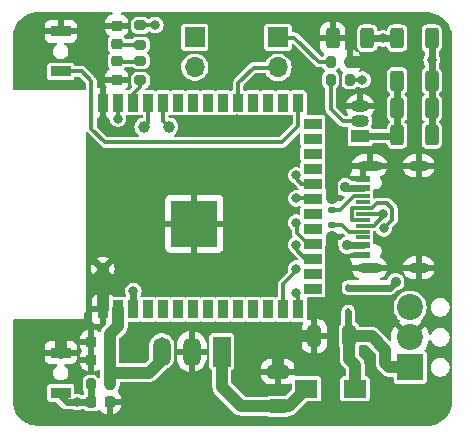
<source format=gbr>
%TF.GenerationSoftware,KiCad,Pcbnew,8.0.0*%
%TF.CreationDate,2024-03-16T23:45:48+01:00*%
%TF.ProjectId,tcs_controller,7463735f-636f-46e7-9472-6f6c6c65722e,1.0*%
%TF.SameCoordinates,Original*%
%TF.FileFunction,Copper,L1,Top*%
%TF.FilePolarity,Positive*%
%FSLAX46Y46*%
G04 Gerber Fmt 4.6, Leading zero omitted, Abs format (unit mm)*
G04 Created by KiCad (PCBNEW 8.0.0) date 2024-03-16 23:45:48*
%MOMM*%
%LPD*%
G01*
G04 APERTURE LIST*
G04 Aperture macros list*
%AMRoundRect*
0 Rectangle with rounded corners*
0 $1 Rounding radius*
0 $2 $3 $4 $5 $6 $7 $8 $9 X,Y pos of 4 corners*
0 Add a 4 corners polygon primitive as box body*
4,1,4,$2,$3,$4,$5,$6,$7,$8,$9,$2,$3,0*
0 Add four circle primitives for the rounded corners*
1,1,$1+$1,$2,$3*
1,1,$1+$1,$4,$5*
1,1,$1+$1,$6,$7*
1,1,$1+$1,$8,$9*
0 Add four rect primitives between the rounded corners*
20,1,$1+$1,$2,$3,$4,$5,0*
20,1,$1+$1,$4,$5,$6,$7,0*
20,1,$1+$1,$6,$7,$8,$9,0*
20,1,$1+$1,$8,$9,$2,$3,0*%
G04 Aperture macros list end*
%TA.AperFunction,SMDPad,CuDef*%
%ADD10RoundRect,0.200000X-0.200000X-0.275000X0.200000X-0.275000X0.200000X0.275000X-0.200000X0.275000X0*%
%TD*%
%TA.AperFunction,SMDPad,CuDef*%
%ADD11RoundRect,0.200000X0.275000X-0.200000X0.275000X0.200000X-0.275000X0.200000X-0.275000X-0.200000X0*%
%TD*%
%TA.AperFunction,SMDPad,CuDef*%
%ADD12RoundRect,0.200000X-0.275000X0.200000X-0.275000X-0.200000X0.275000X-0.200000X0.275000X0.200000X0*%
%TD*%
%TA.AperFunction,ComponentPad*%
%ADD13C,1.000000*%
%TD*%
%TA.AperFunction,ComponentPad*%
%ADD14R,1.700000X1.700000*%
%TD*%
%TA.AperFunction,ComponentPad*%
%ADD15O,1.700000X1.700000*%
%TD*%
%TA.AperFunction,SMDPad,CuDef*%
%ADD16RoundRect,0.218750X0.256250X-0.218750X0.256250X0.218750X-0.256250X0.218750X-0.256250X-0.218750X0*%
%TD*%
%TA.AperFunction,SMDPad,CuDef*%
%ADD17RoundRect,0.218750X-0.256250X0.218750X-0.256250X-0.218750X0.256250X-0.218750X0.256250X0.218750X0*%
%TD*%
%TA.AperFunction,SMDPad,CuDef*%
%ADD18R,1.900000X1.500000*%
%TD*%
%TA.AperFunction,SMDPad,CuDef*%
%ADD19R,1.160000X0.600000*%
%TD*%
%TA.AperFunction,SMDPad,CuDef*%
%ADD20R,1.160000X0.300000*%
%TD*%
%TA.AperFunction,ComponentPad*%
%ADD21O,2.000000X0.900000*%
%TD*%
%TA.AperFunction,ComponentPad*%
%ADD22O,1.700000X0.900000*%
%TD*%
%TA.AperFunction,SMDPad,CuDef*%
%ADD23RoundRect,0.250000X0.312500X0.625000X-0.312500X0.625000X-0.312500X-0.625000X0.312500X-0.625000X0*%
%TD*%
%TA.AperFunction,ComponentPad*%
%ADD24R,1.500000X2.500000*%
%TD*%
%TA.AperFunction,ComponentPad*%
%ADD25O,1.500000X2.500000*%
%TD*%
%TA.AperFunction,SMDPad,CuDef*%
%ADD26RoundRect,0.135000X-0.185000X0.135000X-0.185000X-0.135000X0.185000X-0.135000X0.185000X0.135000X0*%
%TD*%
%TA.AperFunction,ComponentPad*%
%ADD27R,2.200000X2.200000*%
%TD*%
%TA.AperFunction,ComponentPad*%
%ADD28C,2.200000*%
%TD*%
%TA.AperFunction,SMDPad,CuDef*%
%ADD29RoundRect,0.200000X0.200000X0.275000X-0.200000X0.275000X-0.200000X-0.275000X0.200000X-0.275000X0*%
%TD*%
%TA.AperFunction,ComponentPad*%
%ADD30R,1.500000X1.050000*%
%TD*%
%TA.AperFunction,ComponentPad*%
%ADD31O,1.500000X1.050000*%
%TD*%
%TA.AperFunction,SMDPad,CuDef*%
%ADD32RoundRect,0.225000X-0.225000X-0.250000X0.225000X-0.250000X0.225000X0.250000X-0.225000X0.250000X0*%
%TD*%
%TA.AperFunction,SMDPad,CuDef*%
%ADD33RoundRect,0.250000X0.325000X0.650000X-0.325000X0.650000X-0.325000X-0.650000X0.325000X-0.650000X0*%
%TD*%
%TA.AperFunction,SMDPad,CuDef*%
%ADD34RoundRect,0.250000X0.650000X-0.325000X0.650000X0.325000X-0.650000X0.325000X-0.650000X-0.325000X0*%
%TD*%
%TA.AperFunction,SMDPad,CuDef*%
%ADD35R,1.700000X0.900000*%
%TD*%
%TA.AperFunction,SMDPad,CuDef*%
%ADD36RoundRect,0.112500X0.112500X-0.187500X0.112500X0.187500X-0.112500X0.187500X-0.112500X-0.187500X0*%
%TD*%
%TA.AperFunction,SMDPad,CuDef*%
%ADD37R,0.900000X1.500000*%
%TD*%
%TA.AperFunction,SMDPad,CuDef*%
%ADD38R,1.500000X0.900000*%
%TD*%
%TA.AperFunction,HeatsinkPad*%
%ADD39C,0.600000*%
%TD*%
%TA.AperFunction,SMDPad,CuDef*%
%ADD40R,3.900000X3.900000*%
%TD*%
%TA.AperFunction,SMDPad,CuDef*%
%ADD41RoundRect,0.225000X0.225000X0.250000X-0.225000X0.250000X-0.225000X-0.250000X0.225000X-0.250000X0*%
%TD*%
%TA.AperFunction,ViaPad*%
%ADD42C,0.800000*%
%TD*%
%TA.AperFunction,ViaPad*%
%ADD43C,0.900000*%
%TD*%
%TA.AperFunction,Conductor*%
%ADD44C,1.000000*%
%TD*%
%TA.AperFunction,Conductor*%
%ADD45C,0.300000*%
%TD*%
%TA.AperFunction,Conductor*%
%ADD46C,0.600000*%
%TD*%
G04 APERTURE END LIST*
D10*
%TO.P,R11,1*%
%TO.N,Net-(J1-Pin_1)*%
X154100000Y-90200000D03*
%TO.P,R11,2*%
%TO.N,GND*%
X155750000Y-90200000D03*
%TD*%
D11*
%TO.P,R3,1*%
%TO.N,IO2*%
X138000000Y-91745000D03*
%TO.P,R3,2*%
%TO.N,Net-(D2-A)*%
X138000000Y-90095000D03*
%TD*%
D12*
%TO.P,R2,1*%
%TO.N,IO1*%
X138000000Y-87100000D03*
%TO.P,R2,2*%
%TO.N,Net-(D1-A)*%
X138000000Y-88750000D03*
%TD*%
D13*
%TO.P,J6,1,1*%
%TO.N,RX*%
X140400000Y-95700000D03*
%TD*%
%TO.P,J4,1,1*%
%TO.N,TX*%
X138300000Y-95700000D03*
%TD*%
D14*
%TO.P,J2,1,Pin_1*%
%TO.N,IO10*%
X142600000Y-88100000D03*
D15*
%TO.P,J2,2,Pin_2*%
%TO.N,IO9*%
X142600000Y-90640000D03*
%TD*%
D14*
%TO.P,J1,1,Pin_1*%
%TO.N,Net-(J1-Pin_1)*%
X149650000Y-88120000D03*
D15*
%TO.P,J1,2,Pin_2*%
%TO.N,IO38*%
X149650000Y-90660000D03*
%TD*%
D16*
%TO.P,D2,2,A*%
%TO.N,Net-(D2-A)*%
X136000000Y-90112500D03*
%TO.P,D2,1,K*%
%TO.N,GND*%
X136000000Y-91687500D03*
%TD*%
D17*
%TO.P,D1,1,K*%
%TO.N,GND*%
X136000000Y-87125000D03*
%TO.P,D1,2,A*%
%TO.N,Net-(D1-A)*%
X136000000Y-88700000D03*
%TD*%
D18*
%TO.P,L1,1,1*%
%TO.N,VCC*%
X156150000Y-117860000D03*
%TO.P,L1,2,2*%
%TO.N,Net-(U2-Vin)*%
X152050000Y-117860000D03*
%TD*%
D19*
%TO.P,J5,A1,GND*%
%TO.N,GND*%
X156825000Y-106507500D03*
%TO.P,J5,A4,VBUS*%
%TO.N,+5V*%
X156825000Y-105707500D03*
D20*
%TO.P,J5,A5,CC1*%
%TO.N,Net-(J5-CC1)*%
X156825000Y-104557500D03*
%TO.P,J5,A6,D+*%
%TO.N,USB_D+*%
X156825000Y-103557500D03*
%TO.P,J5,A7,D-*%
%TO.N,USB_D-*%
X156825000Y-103057500D03*
%TO.P,J5,A8,SBU1*%
%TO.N,unconnected-(J5-SBU1-PadA8)*%
X156825000Y-102057500D03*
D19*
%TO.P,J5,A9,VBUS*%
%TO.N,+5V*%
X156825000Y-100907500D03*
%TO.P,J5,A12,GND*%
%TO.N,GND*%
X156825000Y-100107500D03*
%TO.P,J5,B1,GND*%
X156825000Y-100107500D03*
%TO.P,J5,B4,VBUS*%
%TO.N,+5V*%
X156825000Y-100907500D03*
D20*
%TO.P,J5,B5,CC2*%
%TO.N,Net-(J5-CC2)*%
X156825000Y-101557500D03*
%TO.P,J5,B6,D+*%
%TO.N,USB_D+*%
X156825000Y-102557500D03*
%TO.P,J5,B7,D-*%
%TO.N,USB_D-*%
X156825000Y-104057500D03*
%TO.P,J5,B8,SBU2*%
%TO.N,unconnected-(J5-SBU2-PadB8)*%
X156825000Y-105057500D03*
D19*
%TO.P,J5,B9,VBUS*%
%TO.N,+5V*%
X156825000Y-105707500D03*
%TO.P,J5,B12,GND*%
%TO.N,GND*%
X156825000Y-106507500D03*
D21*
%TO.P,J5,S1,SHIELD*%
X157405000Y-107627500D03*
D22*
X161575000Y-107627500D03*
D21*
X157405000Y-98987500D03*
D22*
X161575000Y-98987500D03*
%TD*%
D23*
%TO.P,R6,1*%
%TO.N,+24V Bus*%
X162662500Y-94100000D03*
%TO.P,R6,2*%
%TO.N,Net-(Q1-C)*%
X159737500Y-94100000D03*
%TD*%
D24*
%TO.P,U2,1,Vin*%
%TO.N,Net-(U2-Vin)*%
X144880000Y-114717500D03*
D25*
%TO.P,U2,2,GND*%
%TO.N,GND*%
X142340000Y-114717500D03*
%TO.P,U2,3,Vout*%
%TO.N,+3V3*%
X139800000Y-114717500D03*
%TD*%
D26*
%TO.P,R10,1*%
%TO.N,GND*%
X154200000Y-101690000D03*
%TO.P,R10,2*%
%TO.N,Net-(J5-CC2)*%
X154200000Y-102710000D03*
%TD*%
D27*
%TO.P,J3,1,Pin_1*%
%TO.N,VCC*%
X160832800Y-116052600D03*
D28*
%TO.P,J3,2,Pin_2*%
%TO.N,GND*%
X160832800Y-113512600D03*
%TO.P,J3,3,Pin_3*%
%TO.N,+24V Bus*%
X160832800Y-110972600D03*
%TD*%
D29*
%TO.P,R1,1*%
%TO.N,+3V3*%
X135450000Y-117500000D03*
%TO.P,R1,2*%
%TO.N,/EN*%
X133800000Y-117500000D03*
%TD*%
D23*
%TO.P,R12,1*%
%TO.N,+24V Bus*%
X162662500Y-91800000D03*
%TO.P,R12,2*%
%TO.N,Net-(Q1-C)*%
X159737500Y-91800000D03*
%TD*%
%TO.P,R7,1*%
%TO.N,+24V Bus*%
X162662500Y-88200000D03*
%TO.P,R7,2*%
%TO.N,IO13*%
X159737500Y-88200000D03*
%TD*%
D30*
%TO.P,Q1,1,C*%
%TO.N,Net-(Q1-C)*%
X156591000Y-96494600D03*
D31*
%TO.P,Q1,2,B*%
%TO.N,Net-(Q1-B)*%
X156591000Y-95224600D03*
%TO.P,Q1,3,E*%
%TO.N,GND*%
X156591000Y-93954600D03*
%TD*%
D26*
%TO.P,R9,1*%
%TO.N,Net-(J5-CC1)*%
X154200000Y-103962200D03*
%TO.P,R9,2*%
%TO.N,GND*%
X154200000Y-104982200D03*
%TD*%
D32*
%TO.P,C1,1*%
%TO.N,/EN*%
X133850000Y-119000000D03*
%TO.P,C1,2*%
%TO.N,GND*%
X135400000Y-119000000D03*
%TD*%
D33*
%TO.P,C4,1*%
%TO.N,VCC*%
X155676600Y-113411000D03*
%TO.P,C4,2*%
%TO.N,GND*%
X152726600Y-113411000D03*
%TD*%
D23*
%TO.P,R4,1*%
%TO.N,+24V Bus*%
X162662500Y-96400000D03*
%TO.P,R4,2*%
%TO.N,Net-(Q1-C)*%
X159737500Y-96400000D03*
%TD*%
D34*
%TO.P,C5,1*%
%TO.N,Net-(U2-Vin)*%
X149631400Y-119358200D03*
%TO.P,C5,2*%
%TO.N,GND*%
X149631400Y-116408200D03*
%TD*%
D35*
%TO.P,SW2,1,1*%
%TO.N,/IO0*%
X131250000Y-91000000D03*
%TO.P,SW2,2,2*%
%TO.N,GND*%
X131250000Y-87600000D03*
%TD*%
%TO.P,SW1,1,1*%
%TO.N,/EN*%
X131250000Y-118200000D03*
%TO.P,SW1,2,2*%
%TO.N,GND*%
X131250000Y-114800000D03*
%TD*%
D36*
%TO.P,D3,1,K*%
%TO.N,VCC*%
X155600000Y-111400000D03*
%TO.P,D3,2,A*%
%TO.N,+5V*%
X155600000Y-109300000D03*
%TD*%
D37*
%TO.P,U1,1,GND*%
%TO.N,GND*%
X134840000Y-111150000D03*
%TO.P,U1,2,3V3*%
%TO.N,+3V3*%
X136110000Y-111150000D03*
%TO.P,U1,3,EN*%
%TO.N,/EN*%
X137380000Y-111150000D03*
%TO.P,U1,4,IO4*%
%TO.N,unconnected-(U1-IO4-Pad4)*%
X138650000Y-111150000D03*
%TO.P,U1,5,IO5*%
%TO.N,unconnected-(U1-IO5-Pad5)*%
X139920000Y-111150000D03*
%TO.P,U1,6,IO6*%
%TO.N,unconnected-(U1-IO6-Pad6)*%
X141190000Y-111150000D03*
%TO.P,U1,7,IO7*%
%TO.N,unconnected-(U1-IO7-Pad7)*%
X142460000Y-111150000D03*
%TO.P,U1,8,IO15*%
%TO.N,unconnected-(U1-IO15-Pad8)*%
X143730000Y-111150000D03*
%TO.P,U1,9,IO16*%
%TO.N,unconnected-(U1-IO16-Pad9)*%
X145000000Y-111150000D03*
%TO.P,U1,10,IO17*%
%TO.N,unconnected-(U1-IO17-Pad10)*%
X146270000Y-111150000D03*
%TO.P,U1,11,IO18*%
%TO.N,unconnected-(U1-IO18-Pad11)*%
X147540000Y-111150000D03*
%TO.P,U1,12,IO8*%
%TO.N,unconnected-(U1-IO8-Pad12)*%
X148810000Y-111150000D03*
%TO.P,U1,13,IO19*%
%TO.N,USB_D-*%
X150080000Y-111150000D03*
%TO.P,U1,14,IO20*%
%TO.N,USB_D+*%
X151350000Y-111150000D03*
D38*
%TO.P,U1,15,IO3*%
%TO.N,unconnected-(U1-IO3-Pad15)*%
X152600000Y-109385000D03*
%TO.P,U1,16,IO46*%
%TO.N,unconnected-(U1-IO46-Pad16)*%
X152600000Y-108115000D03*
%TO.P,U1,17,IO9*%
%TO.N,IO9*%
X152600000Y-106845000D03*
%TO.P,U1,18,IO10*%
%TO.N,IO10*%
X152600000Y-105575000D03*
%TO.P,U1,19,IO11*%
%TO.N,unconnected-(U1-IO11-Pad19)*%
X152600000Y-104305000D03*
%TO.P,U1,20,IO12*%
%TO.N,unconnected-(U1-IO12-Pad20)*%
X152600000Y-103035000D03*
%TO.P,U1,21,IO13*%
%TO.N,IO13*%
X152600000Y-101765000D03*
%TO.P,U1,22,IO14*%
%TO.N,IO14*%
X152600000Y-100495000D03*
%TO.P,U1,23,IO21*%
%TO.N,unconnected-(U1-IO21-Pad23)*%
X152600000Y-99225000D03*
%TO.P,U1,24,IO47*%
%TO.N,unconnected-(U1-IO47-Pad24)*%
X152600000Y-97955000D03*
%TO.P,U1,25,IO48*%
%TO.N,unconnected-(U1-IO48-Pad25)*%
X152600000Y-96685000D03*
%TO.P,U1,26,IO45*%
%TO.N,unconnected-(U1-IO45-Pad26)*%
X152600000Y-95415000D03*
D37*
%TO.P,U1,27,IO0*%
%TO.N,/IO0*%
X151350000Y-93650000D03*
%TO.P,U1,28,IO35*%
%TO.N,unconnected-(U1-IO35-Pad28)*%
X150080000Y-93650000D03*
%TO.P,U1,29,IO36*%
%TO.N,unconnected-(U1-IO36-Pad29)*%
X148810000Y-93650000D03*
%TO.P,U1,30,IO37*%
%TO.N,unconnected-(U1-IO37-Pad30)*%
X147540000Y-93650000D03*
%TO.P,U1,31,IO38*%
%TO.N,IO38*%
X146270000Y-93650000D03*
%TO.P,U1,32,IO39*%
%TO.N,unconnected-(U1-IO39-Pad32)*%
X145000000Y-93650000D03*
%TO.P,U1,33,IO40*%
%TO.N,unconnected-(U1-IO40-Pad33)*%
X143730000Y-93650000D03*
%TO.P,U1,34,IO41*%
%TO.N,unconnected-(U1-IO41-Pad34)*%
X142460000Y-93650000D03*
%TO.P,U1,35,IO42*%
%TO.N,unconnected-(U1-IO42-Pad35)*%
X141190000Y-93650000D03*
%TO.P,U1,36,RXD0*%
%TO.N,RX*%
X139920000Y-93650000D03*
%TO.P,U1,37,TXD0*%
%TO.N,TX*%
X138650000Y-93650000D03*
%TO.P,U1,38,IO2*%
%TO.N,IO2*%
X137380000Y-93650000D03*
%TO.P,U1,39,IO1*%
%TO.N,IO1*%
X136110000Y-93650000D03*
%TO.P,U1,40,GND*%
%TO.N,GND*%
X134840000Y-93650000D03*
D39*
%TO.P,U1,41,GND*%
X141860000Y-105300000D03*
X143260000Y-105300000D03*
X141160000Y-104600000D03*
X142560000Y-104600000D03*
X143960000Y-104600000D03*
X141860000Y-103900000D03*
D40*
X142560000Y-103900000D03*
D39*
X143260000Y-103900000D03*
X141160000Y-103200000D03*
X142560000Y-103200000D03*
X143960000Y-103200000D03*
X141860000Y-102500000D03*
X143260000Y-102500000D03*
%TD*%
D41*
%TO.P,C2,1*%
%TO.N,+3V3*%
X135400000Y-115400000D03*
%TO.P,C2,2*%
%TO.N,GND*%
X133850000Y-115400000D03*
%TD*%
D10*
%TO.P,R5,1*%
%TO.N,Net-(Q1-B)*%
X154100000Y-91700000D03*
%TO.P,R5,2*%
%TO.N,IO14*%
X155750000Y-91700000D03*
%TD*%
D23*
%TO.P,R8,1*%
%TO.N,IO13*%
X157200000Y-88200000D03*
%TO.P,R8,2*%
%TO.N,GND*%
X154275000Y-88200000D03*
%TD*%
D32*
%TO.P,C3,1*%
%TO.N,GND*%
X133850000Y-113900000D03*
%TO.P,C3,2*%
%TO.N,+3V3*%
X135400000Y-113900000D03*
%TD*%
D13*
%TO.P,J7,1,1*%
%TO.N,GND*%
X134800000Y-107700000D03*
%TD*%
D42*
%TO.N,GND*%
X159700000Y-90000000D03*
X152600000Y-86700000D03*
%TO.N,/EN*%
X137400000Y-109600000D03*
X132600000Y-119000000D03*
%TO.N,GND*%
X158500000Y-86900000D03*
X141600000Y-109500000D03*
X134800000Y-95000000D03*
X133273800Y-88061800D03*
X137400000Y-99700000D03*
X145338800Y-89382600D03*
X150500000Y-114200000D03*
X158300000Y-119600000D03*
X161600000Y-100800000D03*
X161600000Y-105800000D03*
X162804518Y-112290793D03*
X129819400Y-119481600D03*
X128016000Y-89890600D03*
X154200000Y-107900000D03*
X146200000Y-95000000D03*
X149100000Y-107700000D03*
X149084600Y-99800000D03*
X131250000Y-113600000D03*
X154100000Y-111000000D03*
X156800000Y-90200000D03*
X154200000Y-99100000D03*
%TO.N,IO9*%
X151180800Y-105664000D03*
%TO.N,IO10*%
X151200000Y-103800000D03*
%TO.N,IO1*%
X139250000Y-87075000D03*
X136082052Y-95000000D03*
%TO.N,USB_D+*%
X151200000Y-109777365D03*
X158600000Y-104297500D03*
%TO.N,IO13*%
X158500000Y-88200000D03*
%TO.N,IO14*%
X151200000Y-99801803D03*
%TO.N,USB_D-*%
X158569669Y-103047163D03*
X151200000Y-107700000D03*
%TO.N,IO14*%
X156800000Y-91700000D03*
%TO.N,IO13*%
X151200000Y-101750000D03*
D43*
%TO.N,+5V*%
X155350000Y-100800000D03*
X155524500Y-105707500D03*
X159600000Y-108800000D03*
D42*
%TO.N,+24V Bus*%
X162662500Y-90024500D03*
%TD*%
D44*
%TO.N,+3V3*%
X138700000Y-116500000D02*
X139800000Y-115400000D01*
X135400000Y-116500000D02*
X138700000Y-116500000D01*
X139800000Y-115400000D02*
X139800000Y-114717500D01*
X135400000Y-117450000D02*
X135450000Y-117500000D01*
X135400000Y-113900000D02*
X135400000Y-117450000D01*
D45*
%TO.N,USB_D+*%
X157645000Y-102557500D02*
X155895000Y-102557500D01*
%TO.N,GND*%
X150462800Y-114237200D02*
X150462800Y-114300000D01*
D44*
X150500000Y-114200000D02*
X149631400Y-115068600D01*
D45*
X150500000Y-114200000D02*
X150462800Y-114237200D01*
D44*
X151289000Y-113411000D02*
X152726600Y-113411000D01*
X150500000Y-114200000D02*
X151289000Y-113411000D01*
X149631400Y-115068600D02*
X149631400Y-116408200D01*
D46*
%TO.N,+5V*%
X159100000Y-109300000D02*
X155650000Y-109300000D01*
X159600000Y-108800000D02*
X159100000Y-109300000D01*
D45*
%TO.N,IO2*%
X137380000Y-92920000D02*
X137380000Y-93650000D01*
X138000000Y-92300000D02*
X137380000Y-92920000D01*
X138000000Y-91825000D02*
X138000000Y-92300000D01*
%TO.N,IO14*%
X156800000Y-91700000D02*
X156125000Y-91700000D01*
D46*
%TO.N,VCC*%
X155600000Y-113325000D02*
X155600000Y-111400000D01*
X155675000Y-113400000D02*
X155600000Y-113325000D01*
%TO.N,/EN*%
X132600000Y-119000000D02*
X133850000Y-119000000D01*
X131750000Y-119000000D02*
X131250000Y-118500000D01*
X137400000Y-109600000D02*
X137400000Y-111135000D01*
X132600000Y-119000000D02*
X131750000Y-119000000D01*
X133800000Y-118950000D02*
X133850000Y-119000000D01*
X133800000Y-117500000D02*
X133800000Y-118950000D01*
X131250000Y-118500000D02*
X131250000Y-118200000D01*
D44*
%TO.N,GND*%
X154200000Y-107900000D02*
X154200000Y-104982200D01*
X134860000Y-109600000D02*
X134860000Y-111135000D01*
X131250000Y-114800000D02*
X131250000Y-113600000D01*
X155750000Y-90200000D02*
X156800000Y-90200000D01*
X154200000Y-99100000D02*
X154200000Y-101690000D01*
X134860000Y-107760000D02*
X134800000Y-107700000D01*
X134860000Y-109600000D02*
X134860000Y-107760000D01*
%TO.N,+3V3*%
X136130000Y-112536000D02*
X135400000Y-113266000D01*
X135400000Y-113266000D02*
X135400000Y-113900000D01*
X136130000Y-111135000D02*
X136130000Y-112536000D01*
%TO.N,VCC*%
X156184600Y-115849400D02*
X156184600Y-117825400D01*
X159054800Y-116052600D02*
X160832800Y-116052600D01*
X155675000Y-115339800D02*
X156184600Y-115849400D01*
X158724600Y-114554000D02*
X158724600Y-115722400D01*
X156184600Y-117825400D02*
X156150000Y-117860000D01*
X158724600Y-115722400D02*
X159054800Y-116052600D01*
X157570600Y-113400000D02*
X158724600Y-114554000D01*
X155675000Y-113400000D02*
X157570600Y-113400000D01*
X155675000Y-113400000D02*
X155675000Y-115339800D01*
%TO.N,Net-(U2-Vin)*%
X144880000Y-117680000D02*
X146550000Y-119350000D01*
X144880000Y-114717500D02*
X144880000Y-117680000D01*
X146550000Y-119350000D02*
X150560000Y-119350000D01*
X150560000Y-119350000D02*
X152050000Y-117860000D01*
D45*
%TO.N,Net-(D2-A)*%
X136002500Y-90175000D02*
X138000000Y-90175000D01*
X136000000Y-90172500D02*
X136002500Y-90175000D01*
%TO.N,/IO0*%
X133832600Y-95832600D02*
X135000000Y-97000000D01*
X151350000Y-95650000D02*
X151350000Y-93650000D01*
X133037000Y-91000000D02*
X133832600Y-91795600D01*
X133832600Y-91795600D02*
X133832600Y-95832600D01*
X151360000Y-94280000D02*
X151360000Y-93650000D01*
X131500000Y-91000000D02*
X133037000Y-91000000D01*
X135000000Y-97000000D02*
X150000000Y-97000000D01*
X150000000Y-97000000D02*
X151350000Y-95650000D01*
X151350000Y-93650000D02*
X151350000Y-93100000D01*
%TO.N,Net-(D1-A)*%
X136000000Y-88727500D02*
X137997500Y-88727500D01*
X137997500Y-88727500D02*
X138000000Y-88725000D01*
%TO.N,IO9*%
X151970000Y-106845000D02*
X152600000Y-106845000D01*
X151180800Y-106055800D02*
X151970000Y-106845000D01*
X151180800Y-105664000D02*
X151180800Y-106055800D01*
%TO.N,IO10*%
X151249998Y-104666398D02*
X152158600Y-105575000D01*
X152158600Y-105575000D02*
X152600000Y-105575000D01*
X151249998Y-103800000D02*
X151249998Y-104666398D01*
%TO.N,IO1*%
X136082052Y-95000000D02*
X136082052Y-93677948D01*
X139250000Y-87075000D02*
X137750000Y-87075000D01*
X136082052Y-93677948D02*
X136110000Y-93650000D01*
%TO.N,USB_D+*%
X157645000Y-102557500D02*
X156730000Y-102557500D01*
X155895000Y-102557500D02*
X155895000Y-103557500D01*
X158600000Y-104297500D02*
X159319669Y-103577831D01*
X158880330Y-102177831D02*
X158024669Y-102177831D01*
X151350000Y-109927365D02*
X151350000Y-111150000D01*
X158024669Y-102177831D02*
X157645000Y-102557500D01*
X151200000Y-109777365D02*
X151350000Y-109927365D01*
X159319669Y-102617170D02*
X158880330Y-102177831D01*
X151249998Y-109777365D02*
X151200000Y-109777365D01*
X159319669Y-103577831D02*
X159319669Y-102617170D01*
X155895000Y-103557500D02*
X157075000Y-103557500D01*
%TO.N,IO14*%
X151625200Y-100495000D02*
X152600000Y-100495000D01*
X151263551Y-100133351D02*
X151625200Y-100495000D01*
X151263551Y-99801803D02*
X151263551Y-100133351D01*
D46*
%TO.N,IO13*%
X157200000Y-88200000D02*
X159737500Y-88200000D01*
D45*
%TO.N,USB_D-*%
X158569669Y-103047163D02*
X158559332Y-103057500D01*
X157755000Y-104057500D02*
X156730000Y-104057500D01*
X150080000Y-109019200D02*
X150080000Y-111150000D01*
X157755000Y-104045000D02*
X157755000Y-104057500D01*
X151200000Y-107899200D02*
X150080000Y-109019200D01*
X158569669Y-103230331D02*
X157755000Y-104045000D01*
X158559332Y-103057500D02*
X156730000Y-103057500D01*
X158569669Y-103047163D02*
X158569669Y-103230331D01*
%TO.N,unconnected-(U1-IO15-Pad8)*%
X143740000Y-110520000D02*
X143740000Y-111150000D01*
%TO.N,IO13*%
X151250000Y-101750000D02*
X152585000Y-101750000D01*
X152585000Y-101750000D02*
X152600000Y-101765000D01*
%TO.N,Net-(J5-CC1)*%
X155067000Y-103962200D02*
X155662300Y-104557500D01*
X155662300Y-104557500D02*
X157075000Y-104557500D01*
X154200000Y-103962200D02*
X155067000Y-103962200D01*
%TO.N,Net-(J5-CC2)*%
X156042500Y-101557500D02*
X154890000Y-102710000D01*
X156825000Y-101557500D02*
X156042500Y-101557500D01*
X154890000Y-102710000D02*
X154200000Y-102710000D01*
D46*
%TO.N,+5V*%
X155600000Y-105707500D02*
X156825000Y-105707500D01*
X155457500Y-100907500D02*
X156825000Y-100907500D01*
X155350000Y-100800000D02*
X155457500Y-100907500D01*
D45*
%TO.N,IO38*%
X146270000Y-91982000D02*
X146270000Y-93650000D01*
X149631400Y-90678000D02*
X147574000Y-90678000D01*
X147574000Y-90678000D02*
X146270000Y-91982000D01*
%TO.N,Net-(J1-Pin_1)*%
X151038000Y-88138000D02*
X149631400Y-88138000D01*
X153100000Y-90200000D02*
X151038000Y-88138000D01*
X154100000Y-90200000D02*
X153100000Y-90200000D01*
D46*
%TO.N,+24V Bus*%
X162662500Y-90024500D02*
X162662500Y-88200000D01*
X162662500Y-88200000D02*
X162662500Y-88700000D01*
X162662500Y-90024500D02*
X162662500Y-96400000D01*
D45*
%TO.N,RX*%
X139920000Y-93650000D02*
X139920000Y-95220000D01*
X139930000Y-93645000D02*
X139940000Y-93635000D01*
X139920000Y-95220000D02*
X140400000Y-95700000D01*
%TO.N,TX*%
X138650000Y-93650000D02*
X138650000Y-95350000D01*
X138660000Y-93645000D02*
X138670000Y-93635000D01*
X138650000Y-95350000D02*
X138300000Y-95700000D01*
%TO.N,Net-(Q1-B)*%
X155174600Y-95224600D02*
X156591000Y-95224600D01*
X154100000Y-91700000D02*
X154100000Y-94150000D01*
X154100000Y-94150000D02*
X155174600Y-95224600D01*
%TO.N,Net-(Q1-C)*%
X159791400Y-94132400D02*
X159740600Y-94132400D01*
D46*
X159737500Y-96400000D02*
X159737500Y-91937500D01*
D45*
X159737500Y-96481800D02*
X159724700Y-96494600D01*
D46*
X156591000Y-96494600D02*
X159724700Y-96494600D01*
D45*
X159737500Y-96400000D02*
X159737500Y-96481800D01*
%TD*%
%TA.AperFunction,Conductor*%
%TO.N,GND*%
G36*
X135562593Y-85997378D02*
G01*
X135620782Y-86016291D01*
X135656741Y-86065795D01*
X135656735Y-86126980D01*
X135620766Y-86176476D01*
X135593723Y-86190353D01*
X135434517Y-86243108D01*
X135289928Y-86332293D01*
X135169793Y-86452428D01*
X135080608Y-86597017D01*
X135027168Y-86758290D01*
X135017000Y-86857819D01*
X135017000Y-86870999D01*
X135017001Y-86871000D01*
X136982998Y-86871000D01*
X136982999Y-86870999D01*
X136982999Y-86857819D01*
X136972832Y-86758296D01*
X136972829Y-86758284D01*
X136919391Y-86597017D01*
X136830206Y-86452428D01*
X136710071Y-86332293D01*
X136565482Y-86243108D01*
X136406536Y-86190439D01*
X136357246Y-86154188D01*
X136338678Y-86095888D01*
X136357923Y-86037808D01*
X136407632Y-86002133D01*
X136437683Y-85997464D01*
X162196756Y-86000000D01*
X162342274Y-85997046D01*
X162354608Y-85997567D01*
X162643171Y-86027884D01*
X162657057Y-86030354D01*
X162937509Y-86101212D01*
X162950915Y-86105637D01*
X163218424Y-86215683D01*
X163231065Y-86221973D01*
X163480188Y-86368969D01*
X163491806Y-86376995D01*
X163717468Y-86557944D01*
X163727828Y-86567542D01*
X163925453Y-86778774D01*
X163934321Y-86789724D01*
X164099879Y-87026942D01*
X164107111Y-87039065D01*
X164237212Y-87297404D01*
X164242649Y-87310440D01*
X164334661Y-87584663D01*
X164338188Y-87598341D01*
X164390398Y-87883745D01*
X164391859Y-87896022D01*
X164399845Y-88038563D01*
X164400000Y-88044101D01*
X164400000Y-118799983D01*
X164403023Y-118945493D01*
X164402502Y-118957891D01*
X164372195Y-119246428D01*
X164369721Y-119260335D01*
X164298870Y-119540788D01*
X164294442Y-119554201D01*
X164184401Y-119821711D01*
X164178110Y-119834357D01*
X164031110Y-120083498D01*
X164023082Y-120095121D01*
X163842131Y-120320793D01*
X163832531Y-120331155D01*
X163621300Y-120528783D01*
X163610323Y-120537673D01*
X163373117Y-120703227D01*
X163360987Y-120710464D01*
X163102633Y-120840575D01*
X163089596Y-120846012D01*
X162815363Y-120938028D01*
X162801685Y-120941555D01*
X162516310Y-120993761D01*
X162503949Y-120995227D01*
X162361393Y-121003093D01*
X162355929Y-121003243D01*
X129406325Y-121000003D01*
X129361974Y-120999999D01*
X129361973Y-120999999D01*
X129361964Y-120999999D01*
X129219366Y-121003061D01*
X129206966Y-121002549D01*
X128924138Y-120973036D01*
X128910223Y-120970570D01*
X128635317Y-120901298D01*
X128621895Y-120896876D01*
X128359654Y-120789170D01*
X128346998Y-120782881D01*
X128102755Y-120638927D01*
X128091129Y-120630905D01*
X127869867Y-120453640D01*
X127859513Y-120444053D01*
X127665748Y-120237096D01*
X127656852Y-120226119D01*
X127615347Y-120166686D01*
X127494528Y-119993679D01*
X127487287Y-119981547D01*
X127482851Y-119972744D01*
X127383463Y-119775500D01*
X127359720Y-119728380D01*
X127354277Y-119715338D01*
X127302763Y-119561888D01*
X127264048Y-119446561D01*
X127260523Y-119432893D01*
X127209331Y-119153190D01*
X127207865Y-119140827D01*
X127200151Y-119001136D01*
X127200000Y-118995677D01*
X127200000Y-115298587D01*
X129892000Y-115298587D01*
X129898504Y-115359088D01*
X129898506Y-115359098D01*
X129949552Y-115495960D01*
X130037092Y-115612899D01*
X130037100Y-115612907D01*
X130154039Y-115700447D01*
X130290901Y-115751493D01*
X130290911Y-115751495D01*
X130351413Y-115758000D01*
X130863254Y-115758000D01*
X130921445Y-115776907D01*
X130957409Y-115826407D01*
X130957409Y-115887593D01*
X130921445Y-115937093D01*
X130918256Y-115939315D01*
X130835331Y-115994724D01*
X130835327Y-115994727D01*
X130744727Y-116085327D01*
X130744724Y-116085331D01*
X130673538Y-116191866D01*
X130673534Y-116191874D01*
X130624500Y-116310252D01*
X130624499Y-116310255D01*
X130624499Y-116310256D01*
X130599500Y-116435931D01*
X130599500Y-116564069D01*
X130621444Y-116674388D01*
X130624499Y-116689742D01*
X130624500Y-116689747D01*
X130673534Y-116808125D01*
X130673538Y-116808133D01*
X130703584Y-116853099D01*
X130744724Y-116914669D01*
X130835331Y-117005276D01*
X130887313Y-117040009D01*
X130941866Y-117076461D01*
X130941870Y-117076463D01*
X130941873Y-117076465D01*
X131060256Y-117125501D01*
X131185931Y-117150500D01*
X131185932Y-117150500D01*
X131314068Y-117150500D01*
X131314069Y-117150500D01*
X131439744Y-117125501D01*
X131558127Y-117076465D01*
X131664669Y-117005276D01*
X131755276Y-116914669D01*
X131826465Y-116808127D01*
X131875501Y-116689744D01*
X131900500Y-116564069D01*
X131900500Y-116435931D01*
X131875501Y-116310256D01*
X131826465Y-116191873D01*
X131826463Y-116191870D01*
X131826461Y-116191866D01*
X131791981Y-116140264D01*
X131755276Y-116085331D01*
X131664669Y-115994724D01*
X131606559Y-115955896D01*
X131581744Y-115939315D01*
X131543865Y-115891265D01*
X131541463Y-115830127D01*
X131575456Y-115779253D01*
X131632860Y-115758076D01*
X131636746Y-115758000D01*
X132148587Y-115758000D01*
X132209088Y-115751495D01*
X132209098Y-115751493D01*
X132345960Y-115700447D01*
X132348092Y-115698851D01*
X132892000Y-115698851D01*
X132902255Y-115799232D01*
X132956153Y-115961886D01*
X132956154Y-115961888D01*
X133046108Y-116107726D01*
X133167273Y-116228891D01*
X133313111Y-116318845D01*
X133313113Y-116318846D01*
X133475767Y-116372744D01*
X133576148Y-116383000D01*
X133595999Y-116383000D01*
X133596000Y-116382999D01*
X133596000Y-115654001D01*
X133595999Y-115654000D01*
X132892001Y-115654000D01*
X132892000Y-115654001D01*
X132892000Y-115698851D01*
X132348092Y-115698851D01*
X132462899Y-115612907D01*
X132462907Y-115612899D01*
X132550447Y-115495960D01*
X132601493Y-115359098D01*
X132601495Y-115359088D01*
X132608000Y-115298587D01*
X132608000Y-115145999D01*
X132892000Y-115145999D01*
X132892001Y-115146000D01*
X133595999Y-115146000D01*
X133596000Y-115145999D01*
X133596000Y-114154001D01*
X133595999Y-114154000D01*
X132892001Y-114154000D01*
X132892000Y-114154001D01*
X132892000Y-114198851D01*
X132902255Y-114299232D01*
X132956153Y-114461886D01*
X132956156Y-114461892D01*
X133040125Y-114598028D01*
X133054581Y-114657481D01*
X133040125Y-114701972D01*
X132956156Y-114838107D01*
X132956153Y-114838113D01*
X132902255Y-115000767D01*
X132892000Y-115101148D01*
X132892000Y-115145999D01*
X132608000Y-115145999D01*
X132608000Y-115054001D01*
X132607999Y-115054000D01*
X129892001Y-115054000D01*
X129892000Y-115054001D01*
X129892000Y-115298587D01*
X127200000Y-115298587D01*
X127200000Y-114545999D01*
X129892000Y-114545999D01*
X129892001Y-114546000D01*
X130995999Y-114546000D01*
X130996000Y-114545999D01*
X131504000Y-114545999D01*
X131504001Y-114546000D01*
X132607999Y-114546000D01*
X132608000Y-114545999D01*
X132608000Y-114301412D01*
X132601495Y-114240911D01*
X132601493Y-114240901D01*
X132550447Y-114104039D01*
X132462907Y-113987100D01*
X132462899Y-113987092D01*
X132345960Y-113899552D01*
X132209098Y-113848506D01*
X132209088Y-113848504D01*
X132148587Y-113842000D01*
X131504001Y-113842000D01*
X131504000Y-113842001D01*
X131504000Y-114545999D01*
X130996000Y-114545999D01*
X130996000Y-113842001D01*
X130995999Y-113842000D01*
X130351413Y-113842000D01*
X130290911Y-113848504D01*
X130290901Y-113848506D01*
X130154039Y-113899552D01*
X130037100Y-113987092D01*
X130037092Y-113987100D01*
X129949552Y-114104039D01*
X129898506Y-114240901D01*
X129898504Y-114240911D01*
X129892000Y-114301412D01*
X129892000Y-114545999D01*
X127200000Y-114545999D01*
X127200000Y-113645999D01*
X132892000Y-113645999D01*
X132892001Y-113646000D01*
X133595999Y-113646000D01*
X133596000Y-113645999D01*
X133596000Y-112917001D01*
X133595999Y-112917000D01*
X133576148Y-112917000D01*
X133475767Y-112927255D01*
X133313113Y-112981153D01*
X133313111Y-112981154D01*
X133167273Y-113071108D01*
X133046108Y-113192273D01*
X132956154Y-113338111D01*
X132956153Y-113338113D01*
X132902255Y-113500767D01*
X132892000Y-113601148D01*
X132892000Y-113645999D01*
X127200000Y-113645999D01*
X127200000Y-112099000D01*
X127218907Y-112040809D01*
X127268407Y-112004845D01*
X127299000Y-112000000D01*
X133224999Y-112000000D01*
X133225000Y-112000000D01*
X133225000Y-111948587D01*
X133882000Y-111948587D01*
X133888504Y-112009088D01*
X133888506Y-112009098D01*
X133939552Y-112145960D01*
X134027092Y-112262899D01*
X134027100Y-112262907D01*
X134144039Y-112350447D01*
X134280901Y-112401493D01*
X134280911Y-112401495D01*
X134341413Y-112408000D01*
X134585999Y-112408000D01*
X134586000Y-112407999D01*
X134586000Y-111404001D01*
X134585999Y-111404000D01*
X133882001Y-111404000D01*
X133882000Y-111404001D01*
X133882000Y-111948587D01*
X133225000Y-111948587D01*
X133225000Y-111499000D01*
X133243907Y-111440809D01*
X133293407Y-111404845D01*
X133324000Y-111400000D01*
X133349999Y-111400000D01*
X133350000Y-111400000D01*
X133350000Y-110895999D01*
X133882000Y-110895999D01*
X133882001Y-110896000D01*
X134585999Y-110896000D01*
X134586000Y-110895999D01*
X134586000Y-109892001D01*
X134585999Y-109892000D01*
X134341413Y-109892000D01*
X134280911Y-109898504D01*
X134280901Y-109898506D01*
X134144039Y-109949552D01*
X134027100Y-110037092D01*
X134027092Y-110037100D01*
X133939552Y-110154039D01*
X133888506Y-110290901D01*
X133888504Y-110290911D01*
X133882000Y-110351412D01*
X133882000Y-110895999D01*
X133350000Y-110895999D01*
X133350000Y-108569957D01*
X134289252Y-108569957D01*
X134412384Y-108635773D01*
X134412392Y-108635776D01*
X134602399Y-108693415D01*
X134602402Y-108693416D01*
X134799996Y-108712877D01*
X134800004Y-108712877D01*
X134997597Y-108693416D01*
X134997600Y-108693415D01*
X135187613Y-108635774D01*
X135310746Y-108569957D01*
X134799999Y-108059210D01*
X134289252Y-108569957D01*
X133350000Y-108569957D01*
X133350000Y-107700004D01*
X133787123Y-107700004D01*
X133806583Y-107897597D01*
X133806584Y-107897600D01*
X133864223Y-108087607D01*
X133864226Y-108087615D01*
X133930041Y-108210746D01*
X134391059Y-107749728D01*
X134550000Y-107749728D01*
X134588060Y-107841614D01*
X134658386Y-107911940D01*
X134750272Y-107950000D01*
X134849728Y-107950000D01*
X134941614Y-107911940D01*
X135011940Y-107841614D01*
X135050000Y-107749728D01*
X135050000Y-107699999D01*
X135159210Y-107699999D01*
X135669957Y-108210746D01*
X135735774Y-108087613D01*
X135793415Y-107897600D01*
X135793416Y-107897597D01*
X135812877Y-107700004D01*
X135812877Y-107699995D01*
X135793416Y-107502402D01*
X135793415Y-107502399D01*
X135735776Y-107312392D01*
X135735773Y-107312384D01*
X135669957Y-107189252D01*
X135159210Y-107699999D01*
X135050000Y-107699999D01*
X135050000Y-107650272D01*
X135011940Y-107558386D01*
X134941614Y-107488060D01*
X134849728Y-107450000D01*
X134750272Y-107450000D01*
X134658386Y-107488060D01*
X134588060Y-107558386D01*
X134550000Y-107650272D01*
X134550000Y-107749728D01*
X134391059Y-107749728D01*
X134440788Y-107699999D01*
X133930041Y-107189252D01*
X133864228Y-107312380D01*
X133864223Y-107312392D01*
X133806584Y-107502399D01*
X133806583Y-107502402D01*
X133787123Y-107699995D01*
X133787123Y-107700004D01*
X133350000Y-107700004D01*
X133350000Y-106830041D01*
X134289252Y-106830041D01*
X134799999Y-107340788D01*
X135310746Y-106830041D01*
X135187615Y-106764226D01*
X135187607Y-106764223D01*
X134997600Y-106706584D01*
X134997597Y-106706583D01*
X134800004Y-106687123D01*
X134799996Y-106687123D01*
X134602402Y-106706583D01*
X134602399Y-106706584D01*
X134412392Y-106764223D01*
X134412380Y-106764228D01*
X134289252Y-106830041D01*
X133350000Y-106830041D01*
X133350000Y-105898587D01*
X140102000Y-105898587D01*
X140108504Y-105959088D01*
X140108506Y-105959098D01*
X140159552Y-106095960D01*
X140247092Y-106212899D01*
X140247100Y-106212907D01*
X140364039Y-106300447D01*
X140500901Y-106351493D01*
X140500911Y-106351495D01*
X140561413Y-106358000D01*
X142305999Y-106358000D01*
X142306000Y-106357999D01*
X142814000Y-106357999D01*
X142814001Y-106358000D01*
X144558587Y-106358000D01*
X144619088Y-106351495D01*
X144619098Y-106351493D01*
X144755960Y-106300447D01*
X144872899Y-106212907D01*
X144872907Y-106212899D01*
X144960447Y-106095960D01*
X145011493Y-105959098D01*
X145011495Y-105959088D01*
X145018000Y-105898587D01*
X145018000Y-104154001D01*
X145017999Y-104154000D01*
X143873210Y-104154000D01*
X143959999Y-104240790D01*
X143960000Y-104240790D01*
X144249206Y-104529996D01*
X144276983Y-104584513D01*
X144267412Y-104644945D01*
X144249206Y-104670004D01*
X143330004Y-105589206D01*
X143275487Y-105616983D01*
X143215055Y-105607412D01*
X143189996Y-105589206D01*
X142982143Y-105381353D01*
X142982143Y-105381352D01*
X142930628Y-105329837D01*
X143110000Y-105329837D01*
X143132836Y-105384968D01*
X143175032Y-105427164D01*
X143230163Y-105450000D01*
X143289837Y-105450000D01*
X143344968Y-105427164D01*
X143387164Y-105384968D01*
X143410000Y-105329837D01*
X143410000Y-105270163D01*
X143387164Y-105215032D01*
X143344968Y-105172836D01*
X143289837Y-105150000D01*
X143230163Y-105150000D01*
X143175032Y-105172836D01*
X143132836Y-105215032D01*
X143110000Y-105270163D01*
X143110000Y-105329837D01*
X142930628Y-105329837D01*
X142814000Y-105213209D01*
X142814000Y-106357999D01*
X142306000Y-106357999D01*
X142306000Y-105213209D01*
X142305999Y-105213209D01*
X142137856Y-105381352D01*
X142137857Y-105381353D01*
X141930004Y-105589206D01*
X141875487Y-105616983D01*
X141815055Y-105607412D01*
X141789996Y-105589206D01*
X141530627Y-105329837D01*
X141710000Y-105329837D01*
X141732836Y-105384968D01*
X141775032Y-105427164D01*
X141830163Y-105450000D01*
X141889837Y-105450000D01*
X141944968Y-105427164D01*
X141987164Y-105384968D01*
X142010000Y-105329837D01*
X142010000Y-105270163D01*
X141987164Y-105215032D01*
X141944968Y-105172836D01*
X141889837Y-105150000D01*
X141830163Y-105150000D01*
X141775032Y-105172836D01*
X141732836Y-105215032D01*
X141710000Y-105270163D01*
X141710000Y-105329837D01*
X141530627Y-105329837D01*
X140870794Y-104670004D01*
X140850328Y-104629837D01*
X141010000Y-104629837D01*
X141032836Y-104684968D01*
X141075032Y-104727164D01*
X141130163Y-104750000D01*
X141189837Y-104750000D01*
X141244968Y-104727164D01*
X141287164Y-104684968D01*
X141310000Y-104629837D01*
X141310000Y-104600000D01*
X141519211Y-104600000D01*
X141860000Y-104940789D01*
X142170952Y-104629837D01*
X142410000Y-104629837D01*
X142432836Y-104684968D01*
X142475032Y-104727164D01*
X142530163Y-104750000D01*
X142589837Y-104750000D01*
X142644968Y-104727164D01*
X142687164Y-104684968D01*
X142710000Y-104629837D01*
X142710000Y-104600000D01*
X142919211Y-104600000D01*
X143260000Y-104940789D01*
X143570952Y-104629837D01*
X143810000Y-104629837D01*
X143832836Y-104684968D01*
X143875032Y-104727164D01*
X143930163Y-104750000D01*
X143989837Y-104750000D01*
X144044968Y-104727164D01*
X144087164Y-104684968D01*
X144110000Y-104629837D01*
X144110000Y-104570163D01*
X144087164Y-104515032D01*
X144044968Y-104472836D01*
X143989837Y-104450000D01*
X143930163Y-104450000D01*
X143875032Y-104472836D01*
X143832836Y-104515032D01*
X143810000Y-104570163D01*
X143810000Y-104629837D01*
X143570952Y-104629837D01*
X143600789Y-104600000D01*
X143260000Y-104259211D01*
X142919211Y-104600000D01*
X142710000Y-104600000D01*
X142710000Y-104570163D01*
X142687164Y-104515032D01*
X142644968Y-104472836D01*
X142589837Y-104450000D01*
X142530163Y-104450000D01*
X142475032Y-104472836D01*
X142432836Y-104515032D01*
X142410000Y-104570163D01*
X142410000Y-104629837D01*
X142170952Y-104629837D01*
X142200789Y-104600000D01*
X141860000Y-104259211D01*
X141519211Y-104600000D01*
X141310000Y-104600000D01*
X141310000Y-104570163D01*
X141287164Y-104515032D01*
X141244968Y-104472836D01*
X141189837Y-104450000D01*
X141130163Y-104450000D01*
X141075032Y-104472836D01*
X141032836Y-104515032D01*
X141010000Y-104570163D01*
X141010000Y-104629837D01*
X140850328Y-104629837D01*
X140843017Y-104615487D01*
X140852588Y-104555055D01*
X140870794Y-104529996D01*
X141246790Y-104154000D01*
X140102001Y-104154000D01*
X140102000Y-104154001D01*
X140102000Y-105898587D01*
X133350000Y-105898587D01*
X133350000Y-103929837D01*
X141710000Y-103929837D01*
X141732836Y-103984968D01*
X141775032Y-104027164D01*
X141830163Y-104050000D01*
X141889837Y-104050000D01*
X141944968Y-104027164D01*
X141987164Y-103984968D01*
X142010000Y-103929837D01*
X143110000Y-103929837D01*
X143132836Y-103984968D01*
X143175032Y-104027164D01*
X143230163Y-104050000D01*
X143289837Y-104050000D01*
X143344968Y-104027164D01*
X143387164Y-103984968D01*
X143410000Y-103929837D01*
X143410000Y-103870163D01*
X143387164Y-103815032D01*
X143344968Y-103772836D01*
X143289837Y-103750000D01*
X143230163Y-103750000D01*
X143175032Y-103772836D01*
X143132836Y-103815032D01*
X143110000Y-103870163D01*
X143110000Y-103929837D01*
X142010000Y-103929837D01*
X142010000Y-103870163D01*
X141987164Y-103815032D01*
X141944968Y-103772836D01*
X141889837Y-103750000D01*
X141830163Y-103750000D01*
X141775032Y-103772836D01*
X141732836Y-103815032D01*
X141710000Y-103870163D01*
X141710000Y-103929837D01*
X133350000Y-103929837D01*
X133350000Y-103645999D01*
X140102000Y-103645999D01*
X140102001Y-103646000D01*
X141246789Y-103646000D01*
X140870793Y-103270004D01*
X140850327Y-103229837D01*
X141010000Y-103229837D01*
X141032836Y-103284968D01*
X141075032Y-103327164D01*
X141130163Y-103350000D01*
X141189837Y-103350000D01*
X141244968Y-103327164D01*
X141287164Y-103284968D01*
X141310000Y-103229837D01*
X141310000Y-103200000D01*
X141519211Y-103200000D01*
X141860000Y-103540789D01*
X142170952Y-103229837D01*
X142410000Y-103229837D01*
X142432836Y-103284968D01*
X142475032Y-103327164D01*
X142530163Y-103350000D01*
X142589837Y-103350000D01*
X142644968Y-103327164D01*
X142687164Y-103284968D01*
X142710000Y-103229837D01*
X142710000Y-103200000D01*
X142919211Y-103200000D01*
X143260000Y-103540789D01*
X143570952Y-103229837D01*
X143810000Y-103229837D01*
X143832836Y-103284968D01*
X143875032Y-103327164D01*
X143930163Y-103350000D01*
X143989837Y-103350000D01*
X144044968Y-103327164D01*
X144087164Y-103284968D01*
X144110000Y-103229837D01*
X144110000Y-103170163D01*
X144087164Y-103115032D01*
X144044968Y-103072836D01*
X143989837Y-103050000D01*
X143930163Y-103050000D01*
X143875032Y-103072836D01*
X143832836Y-103115032D01*
X143810000Y-103170163D01*
X143810000Y-103229837D01*
X143570952Y-103229837D01*
X143600789Y-103200000D01*
X143260000Y-102859211D01*
X142919211Y-103200000D01*
X142710000Y-103200000D01*
X142710000Y-103170163D01*
X142687164Y-103115032D01*
X142644968Y-103072836D01*
X142589837Y-103050000D01*
X142530163Y-103050000D01*
X142475032Y-103072836D01*
X142432836Y-103115032D01*
X142410000Y-103170163D01*
X142410000Y-103229837D01*
X142170952Y-103229837D01*
X142200789Y-103200000D01*
X141860000Y-102859211D01*
X141519211Y-103200000D01*
X141310000Y-103200000D01*
X141310000Y-103170163D01*
X141287164Y-103115032D01*
X141244968Y-103072836D01*
X141189837Y-103050000D01*
X141130163Y-103050000D01*
X141075032Y-103072836D01*
X141032836Y-103115032D01*
X141010000Y-103170163D01*
X141010000Y-103229837D01*
X140850327Y-103229837D01*
X140843016Y-103215487D01*
X140852587Y-103155055D01*
X140870794Y-103129996D01*
X141470953Y-102529837D01*
X141710000Y-102529837D01*
X141732836Y-102584968D01*
X141775032Y-102627164D01*
X141830163Y-102650000D01*
X141889837Y-102650000D01*
X141944968Y-102627164D01*
X141987164Y-102584968D01*
X142010000Y-102529837D01*
X142010000Y-102470163D01*
X141987164Y-102415032D01*
X141944968Y-102372836D01*
X141889837Y-102350000D01*
X141830163Y-102350000D01*
X141775032Y-102372836D01*
X141732836Y-102415032D01*
X141710000Y-102470163D01*
X141710000Y-102529837D01*
X141470953Y-102529837D01*
X141789996Y-102210794D01*
X141844513Y-102183017D01*
X141904945Y-102192588D01*
X141930004Y-102210794D01*
X142137857Y-102418647D01*
X142137856Y-102418647D01*
X142305999Y-102586790D01*
X142306000Y-102586790D01*
X142814000Y-102586790D01*
X142870953Y-102529837D01*
X143110000Y-102529837D01*
X143132836Y-102584968D01*
X143175032Y-102627164D01*
X143230163Y-102650000D01*
X143289837Y-102650000D01*
X143344968Y-102627164D01*
X143387164Y-102584968D01*
X143410000Y-102529837D01*
X143410000Y-102470163D01*
X143387164Y-102415032D01*
X143344968Y-102372836D01*
X143289837Y-102350000D01*
X143230163Y-102350000D01*
X143175032Y-102372836D01*
X143132836Y-102415032D01*
X143110000Y-102470163D01*
X143110000Y-102529837D01*
X142870953Y-102529837D01*
X143189996Y-102210794D01*
X143244513Y-102183017D01*
X143304945Y-102192588D01*
X143330004Y-102210794D01*
X144249206Y-103129996D01*
X144276983Y-103184513D01*
X144267412Y-103244945D01*
X144249206Y-103270003D01*
X143873209Y-103646000D01*
X145017999Y-103646000D01*
X145018000Y-103645999D01*
X145018000Y-101901412D01*
X145011495Y-101840911D01*
X145011493Y-101840901D01*
X144960447Y-101704039D01*
X144872907Y-101587100D01*
X144872899Y-101587092D01*
X144755960Y-101499552D01*
X144619098Y-101448506D01*
X144619088Y-101448504D01*
X144558587Y-101442000D01*
X142814001Y-101442000D01*
X142814000Y-101442001D01*
X142814000Y-102586790D01*
X142306000Y-102586790D01*
X142306000Y-101442001D01*
X142305999Y-101442000D01*
X140561413Y-101442000D01*
X140500911Y-101448504D01*
X140500901Y-101448506D01*
X140364039Y-101499552D01*
X140247100Y-101587092D01*
X140247092Y-101587100D01*
X140159552Y-101704039D01*
X140108506Y-101840901D01*
X140108504Y-101840911D01*
X140102000Y-101901412D01*
X140102000Y-103645999D01*
X133350000Y-103645999D01*
X133350000Y-96226110D01*
X133368907Y-96167919D01*
X133418407Y-96131955D01*
X133479593Y-96131955D01*
X133519001Y-96156104D01*
X134723386Y-97360489D01*
X134723388Y-97360490D01*
X134723390Y-97360492D01*
X134826107Y-97419796D01*
X134826109Y-97419797D01*
X134826113Y-97419799D01*
X134850322Y-97426284D01*
X134850325Y-97426287D01*
X134850326Y-97426286D01*
X134940688Y-97450499D01*
X134940690Y-97450500D01*
X134940691Y-97450500D01*
X150059309Y-97450500D01*
X150149669Y-97426287D01*
X150149672Y-97426287D01*
X150162903Y-97422741D01*
X150173887Y-97419799D01*
X150276614Y-97360489D01*
X151380498Y-96256604D01*
X151435013Y-96228829D01*
X151495445Y-96238400D01*
X151538710Y-96281665D01*
X151549500Y-96326610D01*
X151549500Y-97179860D01*
X151549501Y-97179863D01*
X151552414Y-97204990D01*
X151585540Y-97280012D01*
X151591748Y-97340882D01*
X151585540Y-97359987D01*
X151552415Y-97435009D01*
X151552414Y-97435011D01*
X151549500Y-97460130D01*
X151549500Y-98449860D01*
X151549501Y-98449863D01*
X151552414Y-98474990D01*
X151585540Y-98550012D01*
X151591748Y-98610882D01*
X151585540Y-98629987D01*
X151552415Y-98705009D01*
X151552414Y-98705011D01*
X151549500Y-98730130D01*
X151549500Y-99040118D01*
X151530593Y-99098309D01*
X151481093Y-99134273D01*
X151426808Y-99136241D01*
X151285058Y-99101303D01*
X151285056Y-99101303D01*
X151114944Y-99101303D01*
X151114941Y-99101303D01*
X150949776Y-99142012D01*
X150799146Y-99221070D01*
X150671818Y-99333872D01*
X150671816Y-99333875D01*
X150613003Y-99419080D01*
X150575182Y-99473873D01*
X150514860Y-99632931D01*
X150494355Y-99801803D01*
X150514860Y-99970675D01*
X150575182Y-100129733D01*
X150671817Y-100269732D01*
X150799148Y-100382537D01*
X150944695Y-100458927D01*
X150946776Y-100460019D01*
X150970771Y-100477675D01*
X151248607Y-100755510D01*
X151348586Y-100855489D01*
X151378114Y-100872537D01*
X151419054Y-100918006D01*
X151425450Y-100978856D01*
X151394857Y-101031844D01*
X151338962Y-101056731D01*
X151304924Y-101054397D01*
X151285056Y-101049500D01*
X151114944Y-101049500D01*
X151114941Y-101049500D01*
X150949776Y-101090209D01*
X150799146Y-101169267D01*
X150671818Y-101282069D01*
X150671816Y-101282072D01*
X150596989Y-101390477D01*
X150575182Y-101422070D01*
X150521595Y-101563371D01*
X150514860Y-101581129D01*
X150495085Y-101743992D01*
X150494355Y-101750000D01*
X150514860Y-101918872D01*
X150575182Y-102077930D01*
X150671817Y-102217929D01*
X150799148Y-102330734D01*
X150949775Y-102409790D01*
X151114944Y-102450500D01*
X151114947Y-102450500D01*
X151285053Y-102450500D01*
X151285056Y-102450500D01*
X151429524Y-102414892D01*
X151490546Y-102419324D01*
X151537311Y-102458778D01*
X151551954Y-102518186D01*
X151551555Y-102522423D01*
X151549500Y-102540137D01*
X151549500Y-103038315D01*
X151530593Y-103096506D01*
X151481093Y-103132470D01*
X151426808Y-103134438D01*
X151285058Y-103099500D01*
X151285056Y-103099500D01*
X151114944Y-103099500D01*
X151114941Y-103099500D01*
X150949776Y-103140209D01*
X150799146Y-103219267D01*
X150671818Y-103332069D01*
X150671816Y-103332072D01*
X150659441Y-103350000D01*
X150575182Y-103472070D01*
X150520291Y-103616809D01*
X150514860Y-103631129D01*
X150500218Y-103751718D01*
X150494355Y-103800000D01*
X150514860Y-103968872D01*
X150575182Y-104127930D01*
X150671817Y-104267929D01*
X150766147Y-104351498D01*
X150797166Y-104404237D01*
X150799498Y-104425600D01*
X150799498Y-104725707D01*
X150806641Y-104752365D01*
X150819369Y-104799866D01*
X150830197Y-104840281D01*
X150830201Y-104840290D01*
X150874639Y-104917258D01*
X150887361Y-104977106D01*
X150862475Y-105033002D01*
X150834912Y-105054417D01*
X150779948Y-105083265D01*
X150652618Y-105196069D01*
X150652616Y-105196072D01*
X150596420Y-105277486D01*
X150555982Y-105336070D01*
X150495660Y-105495128D01*
X150475155Y-105664000D01*
X150495660Y-105832872D01*
X150555982Y-105991930D01*
X150652617Y-106131929D01*
X150652620Y-106131931D01*
X150652623Y-106131935D01*
X150746904Y-106215461D01*
X150766991Y-106240063D01*
X150820307Y-106332409D01*
X150820308Y-106332410D01*
X150820309Y-106332411D01*
X150820311Y-106332414D01*
X151071801Y-106583904D01*
X151318393Y-106830496D01*
X151346170Y-106885013D01*
X151336599Y-106945445D01*
X151293334Y-106988710D01*
X151248389Y-106999500D01*
X151114941Y-106999500D01*
X150949776Y-107040209D01*
X150799146Y-107119267D01*
X150671818Y-107232069D01*
X150671816Y-107232072D01*
X150591835Y-107347944D01*
X150575182Y-107372070D01*
X150519086Y-107519987D01*
X150514860Y-107531129D01*
X150494355Y-107699998D01*
X150494355Y-107700001D01*
X150514860Y-107868873D01*
X150516293Y-107874686D01*
X150514163Y-107875210D01*
X150516664Y-107926957D01*
X150491147Y-107970947D01*
X149719511Y-108742585D01*
X149719507Y-108742590D01*
X149660202Y-108845309D01*
X149660201Y-108845312D01*
X149653712Y-108869524D01*
X149653713Y-108869525D01*
X149629500Y-108959891D01*
X149629500Y-110007844D01*
X149610593Y-110066035D01*
X149566297Y-110098218D01*
X149566822Y-110099407D01*
X149561312Y-110101839D01*
X149561093Y-110101999D01*
X149560656Y-110102129D01*
X149484987Y-110135540D01*
X149424117Y-110141748D01*
X149405015Y-110135541D01*
X149329991Y-110102415D01*
X149329990Y-110102414D01*
X149329988Y-110102414D01*
X149304868Y-110099500D01*
X148315139Y-110099500D01*
X148315136Y-110099501D01*
X148290009Y-110102414D01*
X148214987Y-110135540D01*
X148154117Y-110141748D01*
X148135015Y-110135541D01*
X148059991Y-110102415D01*
X148059990Y-110102414D01*
X148059988Y-110102414D01*
X148034868Y-110099500D01*
X147045139Y-110099500D01*
X147045136Y-110099501D01*
X147020009Y-110102414D01*
X146944987Y-110135540D01*
X146884117Y-110141748D01*
X146865015Y-110135541D01*
X146789991Y-110102415D01*
X146789990Y-110102414D01*
X146789988Y-110102414D01*
X146764868Y-110099500D01*
X145775139Y-110099500D01*
X145775136Y-110099501D01*
X145750009Y-110102414D01*
X145674987Y-110135540D01*
X145614117Y-110141748D01*
X145595015Y-110135541D01*
X145519991Y-110102415D01*
X145519990Y-110102414D01*
X145519988Y-110102414D01*
X145494868Y-110099500D01*
X144505139Y-110099500D01*
X144505136Y-110099501D01*
X144480009Y-110102414D01*
X144404987Y-110135540D01*
X144344117Y-110141748D01*
X144325015Y-110135541D01*
X144249991Y-110102415D01*
X144249990Y-110102414D01*
X144249988Y-110102414D01*
X144224869Y-110099500D01*
X144224865Y-110099500D01*
X143924306Y-110099500D01*
X143898683Y-110096127D01*
X143887216Y-110093054D01*
X143799309Y-110069500D01*
X143680691Y-110069500D01*
X143640712Y-110080211D01*
X143581314Y-110096127D01*
X143555692Y-110099500D01*
X143235140Y-110099500D01*
X143235135Y-110099501D01*
X143210009Y-110102414D01*
X143134987Y-110135540D01*
X143074117Y-110141748D01*
X143055015Y-110135541D01*
X142979991Y-110102415D01*
X142979990Y-110102414D01*
X142979988Y-110102414D01*
X142954868Y-110099500D01*
X141965139Y-110099500D01*
X141965136Y-110099501D01*
X141940009Y-110102414D01*
X141864987Y-110135540D01*
X141804117Y-110141748D01*
X141785015Y-110135541D01*
X141709991Y-110102415D01*
X141709990Y-110102414D01*
X141709988Y-110102414D01*
X141684868Y-110099500D01*
X140695139Y-110099500D01*
X140695136Y-110099501D01*
X140670009Y-110102414D01*
X140594987Y-110135540D01*
X140534117Y-110141748D01*
X140515015Y-110135541D01*
X140439991Y-110102415D01*
X140439990Y-110102414D01*
X140439988Y-110102414D01*
X140414868Y-110099500D01*
X139425139Y-110099500D01*
X139425136Y-110099501D01*
X139400009Y-110102414D01*
X139324987Y-110135540D01*
X139264117Y-110141748D01*
X139245015Y-110135541D01*
X139169991Y-110102415D01*
X139169990Y-110102414D01*
X139169988Y-110102414D01*
X139144868Y-110099500D01*
X138155139Y-110099500D01*
X138155136Y-110099501D01*
X138130003Y-110102415D01*
X138125484Y-110103645D01*
X138064371Y-110100674D01*
X138016676Y-110062348D01*
X138000500Y-110008116D01*
X138000500Y-109994010D01*
X138018026Y-109937769D01*
X138024818Y-109927930D01*
X138085140Y-109768872D01*
X138105645Y-109600000D01*
X138085140Y-109431128D01*
X138024818Y-109272070D01*
X137928183Y-109132071D01*
X137911820Y-109117575D01*
X137800853Y-109019267D01*
X137800852Y-109019266D01*
X137650225Y-108940210D01*
X137650224Y-108940209D01*
X137650223Y-108940209D01*
X137485058Y-108899500D01*
X137485056Y-108899500D01*
X137314944Y-108899500D01*
X137314941Y-108899500D01*
X137149776Y-108940209D01*
X136999146Y-109019267D01*
X136871818Y-109132069D01*
X136871816Y-109132072D01*
X136775182Y-109272070D01*
X136714860Y-109431129D01*
X136698264Y-109567810D01*
X136694355Y-109600000D01*
X136714860Y-109768872D01*
X136756954Y-109879865D01*
X136775181Y-109927928D01*
X136775183Y-109927931D01*
X136781974Y-109937769D01*
X136799500Y-109994010D01*
X136799500Y-110025327D01*
X136780593Y-110083518D01*
X136731093Y-110119482D01*
X136669907Y-110119482D01*
X136660523Y-110115896D01*
X136629991Y-110102415D01*
X136629990Y-110102414D01*
X136629988Y-110102414D01*
X136604869Y-110099500D01*
X135749175Y-110099500D01*
X135690984Y-110080593D01*
X135669922Y-110059829D01*
X135652907Y-110037100D01*
X135652899Y-110037092D01*
X135535960Y-109949552D01*
X135399098Y-109898506D01*
X135399088Y-109898504D01*
X135338587Y-109892000D01*
X135094001Y-109892000D01*
X135094000Y-109892001D01*
X135094000Y-112398914D01*
X135075093Y-112457105D01*
X135065004Y-112468918D01*
X134778214Y-112755707D01*
X134778211Y-112755711D01*
X134690609Y-112886814D01*
X134690603Y-112886825D01*
X134642167Y-113003763D01*
X134602431Y-113050289D01*
X134542936Y-113064573D01*
X134498731Y-113050139D01*
X134386892Y-112981156D01*
X134386886Y-112981153D01*
X134224232Y-112927255D01*
X134123852Y-112917000D01*
X134104001Y-112917000D01*
X134104000Y-112917001D01*
X134104000Y-116382999D01*
X134104001Y-116383000D01*
X134123852Y-116383000D01*
X134224232Y-116372744D01*
X134386886Y-116318846D01*
X134386894Y-116318842D01*
X134448527Y-116280827D01*
X134507980Y-116266370D01*
X134564576Y-116289620D01*
X134596697Y-116341696D01*
X134599500Y-116365087D01*
X134599500Y-116893218D01*
X134580593Y-116951409D01*
X134531093Y-116987373D01*
X134469907Y-116987373D01*
X134421247Y-116952547D01*
X134357549Y-116867458D01*
X134357548Y-116867457D01*
X134357546Y-116867454D01*
X134338372Y-116853100D01*
X134242329Y-116781202D01*
X134107488Y-116730910D01*
X134107483Y-116730909D01*
X134107481Y-116730908D01*
X134107477Y-116730908D01*
X134076249Y-116727550D01*
X134047873Y-116724500D01*
X134047870Y-116724500D01*
X133552133Y-116724500D01*
X133552129Y-116724500D01*
X133552128Y-116724501D01*
X133544949Y-116725272D01*
X133492519Y-116730908D01*
X133492514Y-116730909D01*
X133357670Y-116781202D01*
X133242458Y-116867450D01*
X133242450Y-116867458D01*
X133156202Y-116982670D01*
X133105910Y-117117511D01*
X133105908Y-117117522D01*
X133099500Y-117177129D01*
X133099500Y-117822866D01*
X133099501Y-117822870D01*
X133105908Y-117882480D01*
X133105909Y-117882485D01*
X133156202Y-118017328D01*
X133179753Y-118048788D01*
X133199490Y-118106702D01*
X133199500Y-118108117D01*
X133199500Y-118300500D01*
X133180593Y-118358691D01*
X133131093Y-118394655D01*
X133100500Y-118399500D01*
X132987593Y-118399500D01*
X132941585Y-118388160D01*
X132850223Y-118340209D01*
X132685058Y-118299500D01*
X132685056Y-118299500D01*
X132514944Y-118299500D01*
X132514941Y-118299500D01*
X132511429Y-118299927D01*
X132509248Y-118299500D01*
X132508956Y-118299500D01*
X132508956Y-118299442D01*
X132451384Y-118288169D01*
X132409717Y-118243364D01*
X132400499Y-118201648D01*
X132400499Y-117705139D01*
X132400499Y-117705136D01*
X132397585Y-117680009D01*
X132352206Y-117577235D01*
X132272765Y-117497794D01*
X132169991Y-117452415D01*
X132169990Y-117452414D01*
X132169988Y-117452414D01*
X132144868Y-117449500D01*
X130355139Y-117449500D01*
X130355136Y-117449501D01*
X130330009Y-117452414D01*
X130227235Y-117497794D01*
X130147794Y-117577235D01*
X130102414Y-117680011D01*
X130099500Y-117705130D01*
X130099500Y-118694860D01*
X130099501Y-118694863D01*
X130102414Y-118719990D01*
X130113899Y-118746000D01*
X130147794Y-118822765D01*
X130227235Y-118902206D01*
X130330009Y-118947585D01*
X130355135Y-118950500D01*
X130810255Y-118950499D01*
X130868446Y-118969406D01*
X130880259Y-118979495D01*
X130881284Y-118980520D01*
X130881285Y-118980521D01*
X131381284Y-119480520D01*
X131518216Y-119559577D01*
X131518218Y-119559577D01*
X131518219Y-119559578D01*
X131594579Y-119580039D01*
X131670940Y-119600500D01*
X131670942Y-119600501D01*
X131670943Y-119600501D01*
X131835121Y-119600501D01*
X131835137Y-119600500D01*
X132212407Y-119600500D01*
X132258415Y-119611840D01*
X132349775Y-119659790D01*
X132514944Y-119700500D01*
X132514947Y-119700500D01*
X132685053Y-119700500D01*
X132685056Y-119700500D01*
X132850225Y-119659790D01*
X132941585Y-119611840D01*
X132987593Y-119600500D01*
X133184337Y-119600500D01*
X133242528Y-119619407D01*
X133244467Y-119621063D01*
X133244527Y-119620986D01*
X133249920Y-119625076D01*
X133249922Y-119625078D01*
X133365025Y-119712364D01*
X133365026Y-119712364D01*
X133365027Y-119712365D01*
X133372566Y-119715338D01*
X133499410Y-119765359D01*
X133583856Y-119775500D01*
X133583858Y-119775500D01*
X134116142Y-119775500D01*
X134116144Y-119775500D01*
X134200590Y-119765359D01*
X134334975Y-119712364D01*
X134427984Y-119641832D01*
X134485773Y-119621737D01*
X134544339Y-119639447D01*
X134572063Y-119668743D01*
X134596108Y-119707726D01*
X134717273Y-119828891D01*
X134863111Y-119918845D01*
X134863113Y-119918846D01*
X135025767Y-119972744D01*
X135126148Y-119983000D01*
X135145999Y-119983000D01*
X135146000Y-119982999D01*
X135654000Y-119982999D01*
X135654001Y-119983000D01*
X135673852Y-119983000D01*
X135774232Y-119972744D01*
X135936886Y-119918846D01*
X135936888Y-119918845D01*
X136082726Y-119828891D01*
X136203891Y-119707726D01*
X136293845Y-119561888D01*
X136293846Y-119561886D01*
X136347744Y-119399232D01*
X136358000Y-119298851D01*
X136358000Y-119254001D01*
X136357999Y-119254000D01*
X135654001Y-119254000D01*
X135654000Y-119254001D01*
X135654000Y-119982999D01*
X135146000Y-119982999D01*
X135146000Y-118845000D01*
X135164907Y-118786809D01*
X135214407Y-118750845D01*
X135245000Y-118746000D01*
X136357999Y-118746000D01*
X136358000Y-118745999D01*
X136358000Y-118701148D01*
X136347744Y-118600767D01*
X136293846Y-118438113D01*
X136293845Y-118438111D01*
X136203891Y-118292273D01*
X136083881Y-118172263D01*
X136056104Y-118117746D01*
X136065675Y-118057314D01*
X136074634Y-118042928D01*
X136093794Y-118017334D01*
X136093794Y-118017333D01*
X136093796Y-118017331D01*
X136123515Y-117937648D01*
X136133950Y-117917256D01*
X136159394Y-117879179D01*
X136219738Y-117733497D01*
X136250500Y-117578843D01*
X136250500Y-117421158D01*
X136250034Y-117418813D01*
X136250162Y-117417728D01*
X136250023Y-117416313D01*
X136250333Y-117416282D01*
X136257226Y-117358052D01*
X136298759Y-117313122D01*
X136347132Y-117300500D01*
X138778841Y-117300500D01*
X138778842Y-117300500D01*
X138933497Y-117269737D01*
X139079179Y-117209394D01*
X139210289Y-117121789D01*
X140089128Y-116242948D01*
X140121245Y-116221489D01*
X140297598Y-116148441D01*
X140469655Y-116033477D01*
X140615977Y-115887155D01*
X140730941Y-115715098D01*
X140810130Y-115523920D01*
X140850500Y-115320965D01*
X140850500Y-115316510D01*
X141082000Y-115316510D01*
X141112974Y-115512077D01*
X141174166Y-115700404D01*
X141264060Y-115876834D01*
X141380450Y-116037030D01*
X141520469Y-116177049D01*
X141680665Y-116293439D01*
X141857095Y-116383333D01*
X142045424Y-116444525D01*
X142045420Y-116444525D01*
X142085999Y-116450951D01*
X142086000Y-116450950D01*
X142086000Y-115148202D01*
X142147007Y-115183425D01*
X142274174Y-115217500D01*
X142405826Y-115217500D01*
X142532993Y-115183425D01*
X142594000Y-115148202D01*
X142594000Y-116450951D01*
X142634577Y-116444525D01*
X142822904Y-116383333D01*
X142999334Y-116293439D01*
X143159530Y-116177049D01*
X143299549Y-116037030D01*
X143317473Y-116012360D01*
X143829500Y-116012360D01*
X143829501Y-116012363D01*
X143832414Y-116037490D01*
X143853538Y-116085331D01*
X143877794Y-116140265D01*
X143957235Y-116219706D01*
X144020489Y-116247635D01*
X144066083Y-116288435D01*
X144079500Y-116338199D01*
X144079500Y-117758844D01*
X144110263Y-117913496D01*
X144110263Y-117913498D01*
X144170603Y-118059174D01*
X144170609Y-118059185D01*
X144203305Y-118108117D01*
X144258211Y-118190289D01*
X146039711Y-119971789D01*
X146170821Y-120059394D01*
X146316503Y-120119738D01*
X146471158Y-120150500D01*
X148653268Y-120150500D01*
X148701984Y-120166328D01*
X148703157Y-120164243D01*
X148709059Y-120167562D01*
X148849833Y-120223076D01*
X148849836Y-120223077D01*
X148938298Y-120233700D01*
X148938300Y-120233700D01*
X150324500Y-120233700D01*
X150324502Y-120233700D01*
X150412964Y-120223077D01*
X150483353Y-120195319D01*
X150553740Y-120167562D01*
X150559643Y-120164243D01*
X150561017Y-120166686D01*
X150607498Y-120150521D01*
X150609532Y-120150500D01*
X150638841Y-120150500D01*
X150638842Y-120150500D01*
X150793497Y-120119737D01*
X150939179Y-120059394D01*
X151070289Y-119971789D01*
X152102582Y-118939494D01*
X152157099Y-118911718D01*
X152172586Y-118910499D01*
X153044861Y-118910499D01*
X153044864Y-118910499D01*
X153069991Y-118907585D01*
X153172765Y-118862206D01*
X153252206Y-118782765D01*
X153297585Y-118679991D01*
X153300500Y-118654865D01*
X153300499Y-117065136D01*
X153297585Y-117040009D01*
X153252206Y-116937235D01*
X153172765Y-116857794D01*
X153069991Y-116812415D01*
X153069990Y-116812414D01*
X153069988Y-116812414D01*
X153044869Y-116809500D01*
X151138400Y-116809500D01*
X151080209Y-116790593D01*
X151044245Y-116741093D01*
X151039400Y-116710500D01*
X151039400Y-116662201D01*
X151039399Y-116662200D01*
X149885401Y-116662200D01*
X149885400Y-116662201D01*
X149885400Y-117491199D01*
X149885401Y-117491200D01*
X150331916Y-117491200D01*
X150435721Y-117480594D01*
X150603926Y-117424857D01*
X150648526Y-117397347D01*
X150707979Y-117382890D01*
X150764575Y-117406139D01*
X150796697Y-117458215D01*
X150799500Y-117481607D01*
X150799500Y-117937413D01*
X150780593Y-117995604D01*
X150770504Y-118007416D01*
X150324218Y-118453703D01*
X150269701Y-118481481D01*
X150254214Y-118482700D01*
X148938293Y-118482700D01*
X148864579Y-118491552D01*
X148849836Y-118493323D01*
X148724883Y-118542598D01*
X148688566Y-118549500D01*
X146922586Y-118549500D01*
X146864395Y-118530593D01*
X146852582Y-118520504D01*
X145709496Y-117377418D01*
X145681719Y-117322901D01*
X145680500Y-117307414D01*
X145680500Y-116783715D01*
X148223400Y-116783715D01*
X148234005Y-116887521D01*
X148289742Y-117055725D01*
X148382764Y-117206537D01*
X148508062Y-117331835D01*
X148658874Y-117424857D01*
X148827078Y-117480594D01*
X148930884Y-117491200D01*
X149377399Y-117491200D01*
X149377400Y-117491199D01*
X149377400Y-116662201D01*
X149377399Y-116662200D01*
X148223401Y-116662200D01*
X148223400Y-116662201D01*
X148223400Y-116783715D01*
X145680500Y-116783715D01*
X145680500Y-116338199D01*
X145699407Y-116280008D01*
X145739509Y-116247635D01*
X145802765Y-116219706D01*
X145868272Y-116154199D01*
X148223400Y-116154199D01*
X148223401Y-116154200D01*
X149377399Y-116154200D01*
X149377400Y-116154199D01*
X149885400Y-116154199D01*
X149885401Y-116154200D01*
X151039399Y-116154200D01*
X151039400Y-116154199D01*
X151039400Y-116032684D01*
X151028794Y-115928878D01*
X150973057Y-115760674D01*
X150880035Y-115609862D01*
X150754737Y-115484564D01*
X150603925Y-115391542D01*
X150435721Y-115335805D01*
X150331916Y-115325200D01*
X149885401Y-115325200D01*
X149885400Y-115325201D01*
X149885400Y-116154199D01*
X149377400Y-116154199D01*
X149377400Y-115325201D01*
X149377399Y-115325200D01*
X148930884Y-115325200D01*
X148827078Y-115335805D01*
X148658874Y-115391542D01*
X148508062Y-115484564D01*
X148382764Y-115609862D01*
X148289742Y-115760674D01*
X148234005Y-115928878D01*
X148223400Y-116032684D01*
X148223400Y-116154199D01*
X145868272Y-116154199D01*
X145882206Y-116140265D01*
X145927585Y-116037491D01*
X145930500Y-116012365D01*
X145930499Y-114111515D01*
X151643600Y-114111515D01*
X151654205Y-114215321D01*
X151709942Y-114383525D01*
X151802964Y-114534337D01*
X151928262Y-114659635D01*
X152079074Y-114752657D01*
X152247278Y-114808394D01*
X152351084Y-114819000D01*
X152472599Y-114819000D01*
X152472600Y-114818999D01*
X152980600Y-114818999D01*
X152980601Y-114819000D01*
X153102116Y-114819000D01*
X153205921Y-114808394D01*
X153374125Y-114752657D01*
X153524937Y-114659635D01*
X153650235Y-114534337D01*
X153743257Y-114383525D01*
X153798994Y-114215321D01*
X153809600Y-114111515D01*
X153809600Y-114104106D01*
X154801100Y-114104106D01*
X154811723Y-114192565D01*
X154826287Y-114229496D01*
X154854647Y-114301412D01*
X154867597Y-114334249D01*
X154874500Y-114370568D01*
X154874500Y-115418644D01*
X154895008Y-115521745D01*
X154899099Y-115542311D01*
X154905263Y-115573296D01*
X154905263Y-115573298D01*
X154965603Y-115718974D01*
X154965609Y-115718985D01*
X155004312Y-115776907D01*
X155053211Y-115850089D01*
X155053214Y-115850092D01*
X155355104Y-116151982D01*
X155382881Y-116206499D01*
X155384100Y-116221986D01*
X155384100Y-116710500D01*
X155365193Y-116768691D01*
X155315693Y-116804655D01*
X155285101Y-116809500D01*
X155155138Y-116809500D01*
X155155135Y-116809501D01*
X155130009Y-116812414D01*
X155027235Y-116857794D01*
X154947794Y-116937235D01*
X154902414Y-117040011D01*
X154899500Y-117065130D01*
X154899500Y-118654860D01*
X154899501Y-118654863D01*
X154902414Y-118679990D01*
X154927756Y-118737385D01*
X154947794Y-118782765D01*
X155027235Y-118862206D01*
X155130009Y-118907585D01*
X155155135Y-118910500D01*
X157144864Y-118910499D01*
X157169991Y-118907585D01*
X157272765Y-118862206D01*
X157352206Y-118782765D01*
X157397585Y-118679991D01*
X157400500Y-118654865D01*
X157400499Y-117065136D01*
X157397585Y-117040009D01*
X157352206Y-116937235D01*
X157272765Y-116857794D01*
X157169991Y-116812415D01*
X157169990Y-116812414D01*
X157169988Y-116812414D01*
X157144869Y-116809500D01*
X157144865Y-116809500D01*
X157084100Y-116809500D01*
X157025909Y-116790593D01*
X156989945Y-116741093D01*
X156985100Y-116710500D01*
X156985100Y-115770559D01*
X156985100Y-115770558D01*
X156969303Y-115691144D01*
X156954337Y-115615903D01*
X156936689Y-115573297D01*
X156923854Y-115542310D01*
X156893996Y-115470226D01*
X156893990Y-115470214D01*
X156841422Y-115391542D01*
X156806389Y-115339111D01*
X156694889Y-115227611D01*
X156504496Y-115037218D01*
X156476719Y-114982701D01*
X156475500Y-114967214D01*
X156475500Y-114377871D01*
X156485320Y-114340369D01*
X156483477Y-114339642D01*
X156513630Y-114263181D01*
X156552567Y-114215984D01*
X156605727Y-114200500D01*
X157198014Y-114200500D01*
X157256205Y-114219407D01*
X157268018Y-114229496D01*
X157895104Y-114856582D01*
X157922881Y-114911099D01*
X157924100Y-114926586D01*
X157924100Y-115801244D01*
X157954863Y-115955896D01*
X157954863Y-115955898D01*
X158015203Y-116101574D01*
X158015209Y-116101585D01*
X158050366Y-116154200D01*
X158102811Y-116232689D01*
X158102814Y-116232692D01*
X158102818Y-116232697D01*
X158429548Y-116559425D01*
X158429554Y-116559432D01*
X158544502Y-116674381D01*
X158544506Y-116674384D01*
X158544511Y-116674389D01*
X158598555Y-116710500D01*
X158675614Y-116761990D01*
X158675625Y-116761996D01*
X158691789Y-116768691D01*
X158786997Y-116808127D01*
X158821303Y-116822337D01*
X158975957Y-116853100D01*
X158975958Y-116853100D01*
X159333301Y-116853100D01*
X159391492Y-116872007D01*
X159427456Y-116921507D01*
X159432301Y-116952100D01*
X159432301Y-117197463D01*
X159435214Y-117222590D01*
X159456031Y-117269736D01*
X159480594Y-117325365D01*
X159560035Y-117404806D01*
X159662809Y-117450185D01*
X159687935Y-117453100D01*
X161977664Y-117453099D01*
X162002791Y-117450185D01*
X162105565Y-117404806D01*
X162185006Y-117325365D01*
X162230385Y-117222591D01*
X162233300Y-117197465D01*
X162233300Y-116131444D01*
X162572300Y-116131444D01*
X162584321Y-116191874D01*
X162598883Y-116265085D01*
X162603063Y-116286096D01*
X162603063Y-116286098D01*
X162663403Y-116431774D01*
X162663409Y-116431785D01*
X162676216Y-116450951D01*
X162751011Y-116562889D01*
X162862511Y-116674389D01*
X162916555Y-116710500D01*
X162993614Y-116761990D01*
X162993625Y-116761996D01*
X163039998Y-116781204D01*
X163139303Y-116822337D01*
X163293958Y-116853100D01*
X163293959Y-116853100D01*
X163451641Y-116853100D01*
X163451642Y-116853100D01*
X163606297Y-116822337D01*
X163751979Y-116761994D01*
X163883089Y-116674389D01*
X163994589Y-116562889D01*
X164082194Y-116431779D01*
X164142537Y-116286097D01*
X164173300Y-116131442D01*
X164173300Y-115973758D01*
X164142537Y-115819103D01*
X164099457Y-115715097D01*
X164082196Y-115673425D01*
X164082190Y-115673414D01*
X164015293Y-115573297D01*
X163994589Y-115542311D01*
X163883089Y-115430811D01*
X163824319Y-115391542D01*
X163751985Y-115343209D01*
X163751974Y-115343203D01*
X163606297Y-115282863D01*
X163451644Y-115252100D01*
X163451642Y-115252100D01*
X163293958Y-115252100D01*
X163293955Y-115252100D01*
X163139303Y-115282863D01*
X163139301Y-115282863D01*
X162993625Y-115343203D01*
X162993614Y-115343209D01*
X162862511Y-115430811D01*
X162862507Y-115430814D01*
X162751014Y-115542307D01*
X162751012Y-115542310D01*
X162663409Y-115673414D01*
X162663403Y-115673425D01*
X162603063Y-115819101D01*
X162603063Y-115819103D01*
X162572300Y-115973755D01*
X162572300Y-116131444D01*
X162233300Y-116131444D01*
X162233299Y-114907736D01*
X162230385Y-114882609D01*
X162185006Y-114779835D01*
X162105565Y-114700394D01*
X162101917Y-114698783D01*
X162056322Y-114657984D01*
X162043416Y-114598175D01*
X162066625Y-114543923D01*
X162137722Y-114460679D01*
X162137723Y-114460678D01*
X162269967Y-114244877D01*
X162269970Y-114244871D01*
X162366827Y-114011038D01*
X162422647Y-113778528D01*
X162454616Y-113726359D01*
X162511144Y-113702944D01*
X162570639Y-113717227D01*
X162610376Y-113763753D01*
X162663405Y-113891777D01*
X162663409Y-113891785D01*
X162704119Y-113952710D01*
X162751011Y-114022889D01*
X162862511Y-114134389D01*
X162923022Y-114174821D01*
X162993614Y-114221990D01*
X162993625Y-114221996D01*
X163039267Y-114240901D01*
X163139303Y-114282337D01*
X163293958Y-114313100D01*
X163293959Y-114313100D01*
X163451641Y-114313100D01*
X163451642Y-114313100D01*
X163606297Y-114282337D01*
X163751979Y-114221994D01*
X163883089Y-114134389D01*
X163994589Y-114022889D01*
X164082194Y-113891779D01*
X164142537Y-113746097D01*
X164173300Y-113591442D01*
X164173300Y-113433758D01*
X164142537Y-113279103D01*
X164116107Y-113215294D01*
X164082196Y-113133425D01*
X164082190Y-113133414D01*
X164026647Y-113050289D01*
X163994589Y-113002311D01*
X163883089Y-112890811D01*
X163830859Y-112855912D01*
X163751985Y-112803209D01*
X163751974Y-112803203D01*
X163606297Y-112742863D01*
X163451644Y-112712100D01*
X163451642Y-112712100D01*
X163293958Y-112712100D01*
X163293955Y-112712100D01*
X163139303Y-112742863D01*
X163139301Y-112742863D01*
X162993625Y-112803203D01*
X162993614Y-112803209D01*
X162862511Y-112890811D01*
X162862507Y-112890814D01*
X162751014Y-113002307D01*
X162751011Y-113002311D01*
X162663409Y-113133414D01*
X162663405Y-113133422D01*
X162610376Y-113261446D01*
X162570639Y-113307971D01*
X162511144Y-113322255D01*
X162454617Y-113298840D01*
X162422647Y-113246671D01*
X162366827Y-113014161D01*
X162269970Y-112780328D01*
X162269964Y-112780316D01*
X162138622Y-112565987D01*
X161357782Y-113346826D01*
X161345318Y-113300308D01*
X161272910Y-113174892D01*
X161170508Y-113072490D01*
X161045092Y-113000082D01*
X160998570Y-112987616D01*
X161779411Y-112206776D01*
X161760265Y-112195044D01*
X161720528Y-112148518D01*
X161715727Y-112087521D01*
X161747696Y-112035352D01*
X161751164Y-112032524D01*
X161784584Y-112006513D01*
X161941779Y-111835753D01*
X162068724Y-111641449D01*
X162161957Y-111428900D01*
X162218934Y-111203905D01*
X162231567Y-111051444D01*
X162572300Y-111051444D01*
X162603063Y-111206096D01*
X162603063Y-111206098D01*
X162663403Y-111351774D01*
X162663409Y-111351785D01*
X162714935Y-111428898D01*
X162751011Y-111482889D01*
X162862511Y-111594389D01*
X162932937Y-111641446D01*
X162993614Y-111681990D01*
X162993625Y-111681996D01*
X163047438Y-111704285D01*
X163139303Y-111742337D01*
X163293958Y-111773100D01*
X163293959Y-111773100D01*
X163451641Y-111773100D01*
X163451642Y-111773100D01*
X163606297Y-111742337D01*
X163751979Y-111681994D01*
X163883089Y-111594389D01*
X163994589Y-111482889D01*
X164082194Y-111351779D01*
X164142537Y-111206097D01*
X164173300Y-111051442D01*
X164173300Y-110893758D01*
X164142537Y-110739103D01*
X164082194Y-110593421D01*
X164082193Y-110593419D01*
X164082190Y-110593414D01*
X164030663Y-110516300D01*
X163994589Y-110462311D01*
X163883089Y-110350811D01*
X163812659Y-110303751D01*
X163751985Y-110263209D01*
X163751974Y-110263203D01*
X163606297Y-110202863D01*
X163451644Y-110172100D01*
X163451642Y-110172100D01*
X163293958Y-110172100D01*
X163293955Y-110172100D01*
X163139303Y-110202863D01*
X163139301Y-110202863D01*
X162993625Y-110263203D01*
X162993614Y-110263209D01*
X162862511Y-110350811D01*
X162862507Y-110350814D01*
X162751014Y-110462307D01*
X162751011Y-110462311D01*
X162663409Y-110593414D01*
X162663403Y-110593425D01*
X162603063Y-110739101D01*
X162603063Y-110739103D01*
X162572300Y-110893755D01*
X162572300Y-111051444D01*
X162231567Y-111051444D01*
X162238100Y-110972600D01*
X162218934Y-110741295D01*
X162161957Y-110516300D01*
X162068724Y-110303751D01*
X161941779Y-110109447D01*
X161784584Y-109938687D01*
X161724600Y-109892000D01*
X161601429Y-109796132D01*
X161601426Y-109796130D01*
X161397306Y-109685665D01*
X161347929Y-109668714D01*
X161177781Y-109610302D01*
X161177778Y-109610301D01*
X161177777Y-109610301D01*
X160948849Y-109572100D01*
X160716751Y-109572100D01*
X160487822Y-109610301D01*
X160268293Y-109685665D01*
X160064173Y-109796130D01*
X160064170Y-109796132D01*
X159881019Y-109938684D01*
X159881016Y-109938686D01*
X159881016Y-109938687D01*
X159817353Y-110007844D01*
X159723820Y-110109448D01*
X159690774Y-110160029D01*
X159605272Y-110290901D01*
X159596875Y-110303753D01*
X159503643Y-110516301D01*
X159446665Y-110741296D01*
X159427500Y-110972600D01*
X159446665Y-111203903D01*
X159447221Y-111206097D01*
X159503643Y-111428900D01*
X159596876Y-111641449D01*
X159682887Y-111773099D01*
X159723820Y-111835752D01*
X159879480Y-112004845D01*
X159881016Y-112006513D01*
X159890128Y-112013605D01*
X159914413Y-112032507D01*
X159948721Y-112083170D01*
X159946697Y-112144321D01*
X159909116Y-112192605D01*
X159905334Y-112195043D01*
X159886187Y-112206776D01*
X160667027Y-112987616D01*
X160620508Y-113000082D01*
X160495092Y-113072490D01*
X160392690Y-113174892D01*
X160320282Y-113300308D01*
X160307816Y-113346827D01*
X159526976Y-112565987D01*
X159395630Y-112780326D01*
X159395629Y-112780328D01*
X159298772Y-113014162D01*
X159239685Y-113260277D01*
X159219828Y-113512600D01*
X159233331Y-113684183D01*
X159219047Y-113743678D01*
X159172521Y-113783414D01*
X159111524Y-113788214D01*
X159064632Y-113761954D01*
X158080892Y-112778214D01*
X158080889Y-112778211D01*
X158027987Y-112742863D01*
X157949785Y-112690609D01*
X157949774Y-112690603D01*
X157804097Y-112630263D01*
X157649444Y-112599500D01*
X157649442Y-112599500D01*
X156597051Y-112599500D01*
X156538860Y-112580593D01*
X156504954Y-112536819D01*
X156485962Y-112488659D01*
X156394524Y-112368081D01*
X156394522Y-112368078D01*
X156273942Y-112276639D01*
X156273940Y-112276638D01*
X156263180Y-112272395D01*
X156215983Y-112233457D01*
X156200500Y-112180298D01*
X156200500Y-111320944D01*
X156169727Y-111206097D01*
X156159577Y-111168216D01*
X156159574Y-111168211D01*
X156108768Y-111080211D01*
X156106295Y-111075657D01*
X156050790Y-110966721D01*
X156050789Y-110966719D01*
X155958281Y-110874211D01*
X155841715Y-110814818D01*
X155745005Y-110799500D01*
X155745003Y-110799500D01*
X155679057Y-110799500D01*
X155520943Y-110799500D01*
X155520940Y-110799500D01*
X155454995Y-110799500D01*
X155367662Y-110813332D01*
X155358285Y-110814818D01*
X155241719Y-110874211D01*
X155149210Y-110966720D01*
X155093698Y-111075666D01*
X155091226Y-111080218D01*
X155040425Y-111168211D01*
X155040423Y-111168214D01*
X155040423Y-111168216D01*
X155030273Y-111206097D01*
X154999500Y-111320944D01*
X154999500Y-112287949D01*
X154980593Y-112346140D01*
X154960326Y-112366828D01*
X154958682Y-112368074D01*
X154958675Y-112368081D01*
X154867240Y-112488656D01*
X154867237Y-112488660D01*
X154811723Y-112629434D01*
X154801100Y-112717893D01*
X154801100Y-114104106D01*
X153809600Y-114104106D01*
X153809600Y-113665001D01*
X153809599Y-113665000D01*
X152980601Y-113665000D01*
X152980600Y-113665001D01*
X152980600Y-114818999D01*
X152472600Y-114818999D01*
X152472600Y-113665001D01*
X152472599Y-113665000D01*
X151643601Y-113665000D01*
X151643600Y-113665001D01*
X151643600Y-114111515D01*
X145930499Y-114111515D01*
X145930499Y-113422636D01*
X145927585Y-113397509D01*
X145882206Y-113294735D01*
X145802765Y-113215294D01*
X145699991Y-113169915D01*
X145699990Y-113169914D01*
X145699988Y-113169914D01*
X145674868Y-113167000D01*
X144085139Y-113167000D01*
X144085136Y-113167001D01*
X144060009Y-113169914D01*
X143957235Y-113215294D01*
X143877794Y-113294735D01*
X143832414Y-113397511D01*
X143829500Y-113422630D01*
X143829500Y-116012360D01*
X143317473Y-116012360D01*
X143415939Y-115876834D01*
X143505833Y-115700404D01*
X143567025Y-115512077D01*
X143598000Y-115316510D01*
X143598000Y-114971501D01*
X143597999Y-114971500D01*
X142770703Y-114971500D01*
X142805925Y-114910493D01*
X142840000Y-114783326D01*
X142840000Y-114651674D01*
X142805925Y-114524507D01*
X142770703Y-114463500D01*
X143597999Y-114463500D01*
X143598000Y-114463499D01*
X143598000Y-114118489D01*
X143567025Y-113922922D01*
X143505833Y-113734595D01*
X143415939Y-113558165D01*
X143299549Y-113397969D01*
X143159530Y-113257950D01*
X142999334Y-113141560D01*
X142822904Y-113051666D01*
X142634579Y-112990476D01*
X142594000Y-112984048D01*
X142594000Y-114286797D01*
X142532993Y-114251575D01*
X142405826Y-114217500D01*
X142274174Y-114217500D01*
X142147007Y-114251575D01*
X142086000Y-114286797D01*
X142086000Y-112984048D01*
X142085999Y-112984048D01*
X142045420Y-112990476D01*
X141857095Y-113051666D01*
X141680665Y-113141560D01*
X141520469Y-113257950D01*
X141380450Y-113397969D01*
X141264060Y-113558165D01*
X141174166Y-113734595D01*
X141112974Y-113922922D01*
X141082000Y-114118489D01*
X141082000Y-114463499D01*
X141082001Y-114463500D01*
X141909297Y-114463500D01*
X141874075Y-114524507D01*
X141840000Y-114651674D01*
X141840000Y-114783326D01*
X141874075Y-114910493D01*
X141909297Y-114971500D01*
X141082001Y-114971500D01*
X141082000Y-114971501D01*
X141082000Y-115316510D01*
X140850500Y-115316510D01*
X140850500Y-114114035D01*
X140848524Y-114104102D01*
X140814333Y-113932211D01*
X140810130Y-113911080D01*
X140730941Y-113719902D01*
X140615977Y-113547845D01*
X140469655Y-113401523D01*
X140469651Y-113401520D01*
X140297597Y-113286558D01*
X140106418Y-113207369D01*
X139903467Y-113167000D01*
X139903465Y-113167000D01*
X139696535Y-113167000D01*
X139696532Y-113167000D01*
X139493581Y-113207369D01*
X139302402Y-113286558D01*
X139130348Y-113401520D01*
X138984020Y-113547848D01*
X138869058Y-113719902D01*
X138789869Y-113911081D01*
X138749501Y-114114028D01*
X138749500Y-114114034D01*
X138749500Y-115277414D01*
X138730593Y-115335605D01*
X138720504Y-115347418D01*
X138397418Y-115670504D01*
X138342901Y-115698281D01*
X138327414Y-115699500D01*
X136299500Y-115699500D01*
X136241309Y-115680593D01*
X136205345Y-115631093D01*
X136200500Y-115600500D01*
X136200500Y-113638586D01*
X136219407Y-113580395D01*
X136229496Y-113568582D01*
X136490107Y-113307971D01*
X136751789Y-113046289D01*
X136839394Y-112915179D01*
X136899737Y-112769497D01*
X136930500Y-112614842D01*
X136930500Y-112457158D01*
X136930500Y-112299499D01*
X136949407Y-112241308D01*
X136998907Y-112205344D01*
X137029500Y-112200499D01*
X137874861Y-112200499D01*
X137874864Y-112200499D01*
X137899991Y-112197585D01*
X137975012Y-112164459D01*
X138035881Y-112158251D01*
X138054978Y-112164455D01*
X138130009Y-112197585D01*
X138155135Y-112200500D01*
X139144864Y-112200499D01*
X139169991Y-112197585D01*
X139245012Y-112164459D01*
X139305881Y-112158251D01*
X139324978Y-112164455D01*
X139400009Y-112197585D01*
X139425135Y-112200500D01*
X140414864Y-112200499D01*
X140439991Y-112197585D01*
X140515012Y-112164459D01*
X140575881Y-112158251D01*
X140594978Y-112164455D01*
X140670009Y-112197585D01*
X140695135Y-112200500D01*
X141684864Y-112200499D01*
X141709991Y-112197585D01*
X141785012Y-112164459D01*
X141845881Y-112158251D01*
X141864978Y-112164455D01*
X141940009Y-112197585D01*
X141965135Y-112200500D01*
X142954864Y-112200499D01*
X142979991Y-112197585D01*
X143055012Y-112164459D01*
X143115881Y-112158251D01*
X143134978Y-112164455D01*
X143210009Y-112197585D01*
X143235135Y-112200500D01*
X144224864Y-112200499D01*
X144249991Y-112197585D01*
X144325012Y-112164459D01*
X144385881Y-112158251D01*
X144404978Y-112164455D01*
X144480009Y-112197585D01*
X144505135Y-112200500D01*
X145494864Y-112200499D01*
X145519991Y-112197585D01*
X145595012Y-112164459D01*
X145655881Y-112158251D01*
X145674978Y-112164455D01*
X145750009Y-112197585D01*
X145775135Y-112200500D01*
X146764864Y-112200499D01*
X146789991Y-112197585D01*
X146865012Y-112164459D01*
X146925881Y-112158251D01*
X146944978Y-112164455D01*
X147020009Y-112197585D01*
X147045135Y-112200500D01*
X148034864Y-112200499D01*
X148059991Y-112197585D01*
X148135012Y-112164459D01*
X148195881Y-112158251D01*
X148214978Y-112164455D01*
X148290009Y-112197585D01*
X148315135Y-112200500D01*
X149304864Y-112200499D01*
X149329991Y-112197585D01*
X149405012Y-112164459D01*
X149465881Y-112158251D01*
X149484978Y-112164455D01*
X149560009Y-112197585D01*
X149585135Y-112200500D01*
X150574864Y-112200499D01*
X150599991Y-112197585D01*
X150675012Y-112164459D01*
X150735881Y-112158251D01*
X150754978Y-112164455D01*
X150830009Y-112197585D01*
X150855135Y-112200500D01*
X151679345Y-112200499D01*
X151737536Y-112219406D01*
X151773500Y-112268906D01*
X151773500Y-112330092D01*
X151763606Y-112351471D01*
X151709943Y-112438472D01*
X151654205Y-112606678D01*
X151643600Y-112710484D01*
X151643600Y-113156999D01*
X151643601Y-113157000D01*
X152472599Y-113157000D01*
X152472600Y-113156999D01*
X152980600Y-113156999D01*
X152980601Y-113157000D01*
X153809599Y-113157000D01*
X153809600Y-113156999D01*
X153809600Y-112710484D01*
X153798994Y-112606678D01*
X153743257Y-112438474D01*
X153650235Y-112287662D01*
X153524937Y-112162364D01*
X153374125Y-112069342D01*
X153205921Y-112013605D01*
X153102116Y-112003000D01*
X152980601Y-112003000D01*
X152980600Y-112003001D01*
X152980600Y-113156999D01*
X152472600Y-113156999D01*
X152472600Y-112003001D01*
X152472599Y-112003000D01*
X152351084Y-112003000D01*
X152247278Y-112013605D01*
X152247273Y-112013606D01*
X152230635Y-112019119D01*
X152169450Y-112019473D01*
X152119743Y-111983795D01*
X152100501Y-111925714D01*
X152100499Y-111925425D01*
X152100499Y-110355136D01*
X152097585Y-110330009D01*
X152073069Y-110274487D01*
X152066861Y-110213618D01*
X152097617Y-110160724D01*
X152153588Y-110136010D01*
X152163634Y-110135499D01*
X153394861Y-110135499D01*
X153394864Y-110135499D01*
X153419991Y-110132585D01*
X153522765Y-110087206D01*
X153602206Y-110007765D01*
X153647585Y-109904991D01*
X153650500Y-109879865D01*
X153650499Y-108890136D01*
X153647585Y-108865009D01*
X153647583Y-108865004D01*
X153614460Y-108789987D01*
X153608251Y-108729118D01*
X153614457Y-108710018D01*
X153647585Y-108634991D01*
X153650500Y-108609865D01*
X153650499Y-107620136D01*
X153647585Y-107595009D01*
X153644492Y-107588004D01*
X153614460Y-107519987D01*
X153608251Y-107459118D01*
X153614457Y-107440018D01*
X153647585Y-107364991D01*
X153650500Y-107339865D01*
X153650499Y-106350136D01*
X153647585Y-106325009D01*
X153640075Y-106308000D01*
X153614460Y-106249987D01*
X153608251Y-106189118D01*
X153614457Y-106170018D01*
X153647585Y-106094991D01*
X153650500Y-106069865D01*
X153650499Y-105812742D01*
X153669406Y-105754555D01*
X153718906Y-105718591D01*
X153777120Y-105717676D01*
X153913608Y-105757330D01*
X153913612Y-105757331D01*
X153946000Y-105759879D01*
X153946000Y-104827200D01*
X153964907Y-104769009D01*
X154014407Y-104733045D01*
X154045000Y-104728200D01*
X155020014Y-104728200D01*
X155026938Y-104718978D01*
X155076996Y-104683795D01*
X155138174Y-104684755D01*
X155176112Y-104708415D01*
X155306103Y-104838407D01*
X155333880Y-104892923D01*
X155324308Y-104953355D01*
X155281044Y-104996620D01*
X155268797Y-105001854D01*
X155196809Y-105027044D01*
X155196808Y-105027044D01*
X155053613Y-105117020D01*
X155053608Y-105117024D01*
X154963428Y-105207204D01*
X154908911Y-105234981D01*
X154893425Y-105236200D01*
X154454001Y-105236200D01*
X154454000Y-105236201D01*
X154454000Y-105759879D01*
X154486387Y-105757331D01*
X154486391Y-105757330D01*
X154648377Y-105710269D01*
X154648831Y-105711832D01*
X154702024Y-105706802D01*
X154754690Y-105737946D01*
X154778809Y-105792334D01*
X154788185Y-105875553D01*
X154788188Y-105875565D01*
X154844044Y-106035190D01*
X154844044Y-106035191D01*
X154900491Y-106125025D01*
X154934023Y-106178390D01*
X155053610Y-106297977D01*
X155053612Y-106297978D01*
X155053613Y-106297979D01*
X155149135Y-106358000D01*
X155196810Y-106387956D01*
X155251232Y-106406999D01*
X155356434Y-106443811D01*
X155356438Y-106443812D01*
X155356441Y-106443813D01*
X155356442Y-106443813D01*
X155356446Y-106443814D01*
X155524496Y-106462749D01*
X155524500Y-106462749D01*
X155524504Y-106462749D01*
X155692553Y-106443814D01*
X155692555Y-106443813D01*
X155692559Y-106443813D01*
X155852190Y-106387956D01*
X155925872Y-106341658D01*
X155955290Y-106323174D01*
X156007961Y-106308000D01*
X156915580Y-106308000D01*
X156915588Y-106307999D01*
X156980000Y-106307999D01*
X157038191Y-106326906D01*
X157074155Y-106376406D01*
X157079000Y-106406999D01*
X157079000Y-106662500D01*
X157060093Y-106720691D01*
X157010593Y-106756655D01*
X156980000Y-106761500D01*
X155737001Y-106761500D01*
X155737000Y-106761501D01*
X155737000Y-106856087D01*
X155743504Y-106916588D01*
X155743506Y-106916598D01*
X155794552Y-107053460D01*
X155882092Y-107170399D01*
X155882096Y-107170403D01*
X155916180Y-107195918D01*
X155951433Y-107245927D01*
X155950559Y-107307106D01*
X155948316Y-107313056D01*
X155933815Y-107348063D01*
X155928755Y-107373500D01*
X156694940Y-107373500D01*
X156670795Y-107387440D01*
X156614940Y-107443295D01*
X156575444Y-107511704D01*
X156555000Y-107588004D01*
X156555000Y-107666996D01*
X156575444Y-107743296D01*
X156614940Y-107811705D01*
X156670795Y-107867560D01*
X156694940Y-107881500D01*
X155928756Y-107881500D01*
X155933816Y-107906937D01*
X155933816Y-107906939D01*
X156006031Y-108081281D01*
X156110872Y-108238187D01*
X156244312Y-108371627D01*
X156401217Y-108476468D01*
X156479843Y-108509036D01*
X156526369Y-108548772D01*
X156540653Y-108608267D01*
X156517238Y-108664795D01*
X156465070Y-108696765D01*
X156441958Y-108699500D01*
X155454995Y-108699500D01*
X155367662Y-108713332D01*
X155358285Y-108714818D01*
X155248253Y-108770882D01*
X155241719Y-108774211D01*
X155149211Y-108866719D01*
X155089818Y-108983284D01*
X155074500Y-109079995D01*
X155074500Y-109114606D01*
X155071127Y-109140228D01*
X155049500Y-109220943D01*
X155049500Y-109379057D01*
X155063225Y-109430282D01*
X155071127Y-109459773D01*
X155074500Y-109485392D01*
X155074500Y-109520004D01*
X155082752Y-109572100D01*
X155089818Y-109616715D01*
X155149211Y-109733281D01*
X155241719Y-109825789D01*
X155358285Y-109885182D01*
X155454997Y-109900500D01*
X155559411Y-109900499D01*
X155559419Y-109900500D01*
X155570943Y-109900500D01*
X159014864Y-109900500D01*
X159014880Y-109900501D01*
X159020943Y-109900501D01*
X159179055Y-109900501D01*
X159179057Y-109900501D01*
X159331785Y-109859577D01*
X159331787Y-109859575D01*
X159331789Y-109859575D01*
X159349173Y-109849537D01*
X159390307Y-109825789D01*
X159468716Y-109780520D01*
X159580520Y-109668716D01*
X159580521Y-109668714D01*
X159681425Y-109567810D01*
X159735942Y-109540032D01*
X159740323Y-109539437D01*
X159768059Y-109536313D01*
X159927690Y-109480456D01*
X160070890Y-109390477D01*
X160190477Y-109270890D01*
X160280456Y-109127690D01*
X160336313Y-108968059D01*
X160336314Y-108968053D01*
X160355249Y-108800004D01*
X160355249Y-108799995D01*
X160336314Y-108631946D01*
X160336311Y-108631934D01*
X160307180Y-108548683D01*
X160280456Y-108472310D01*
X160240956Y-108409447D01*
X160190479Y-108329113D01*
X160190478Y-108329112D01*
X160190477Y-108329110D01*
X160070890Y-108209523D01*
X160070887Y-108209521D01*
X160070886Y-108209520D01*
X159927691Y-108119544D01*
X159768065Y-108063688D01*
X159768053Y-108063685D01*
X159600004Y-108044751D01*
X159599996Y-108044751D01*
X159431946Y-108063685D01*
X159431934Y-108063688D01*
X159272309Y-108119544D01*
X159272308Y-108119544D01*
X159129113Y-108209520D01*
X159009520Y-108329113D01*
X158919544Y-108472308D01*
X158919544Y-108472309D01*
X158863247Y-108633198D01*
X158826182Y-108681878D01*
X158769803Y-108699500D01*
X158368042Y-108699500D01*
X158309851Y-108680593D01*
X158273887Y-108631093D01*
X158273887Y-108569907D01*
X158309851Y-108520407D01*
X158330157Y-108509036D01*
X158408782Y-108476468D01*
X158565687Y-108371627D01*
X158699127Y-108238187D01*
X158803968Y-108081281D01*
X158876183Y-107906939D01*
X158876183Y-107906937D01*
X158881244Y-107881500D01*
X158115060Y-107881500D01*
X158139205Y-107867560D01*
X158195060Y-107811705D01*
X158234556Y-107743296D01*
X158255000Y-107666996D01*
X158255000Y-107588004D01*
X158234556Y-107511704D01*
X158195060Y-107443295D01*
X158139205Y-107387440D01*
X158115060Y-107373500D01*
X158881244Y-107373500D01*
X160248755Y-107373500D01*
X161014940Y-107373500D01*
X160990795Y-107387440D01*
X160934940Y-107443295D01*
X160895444Y-107511704D01*
X160875000Y-107588004D01*
X160875000Y-107666996D01*
X160895444Y-107743296D01*
X160934940Y-107811705D01*
X160990795Y-107867560D01*
X161014940Y-107881500D01*
X160248756Y-107881500D01*
X160253816Y-107906937D01*
X160253816Y-107906939D01*
X160326031Y-108081281D01*
X160430872Y-108238187D01*
X160564312Y-108371627D01*
X160721218Y-108476468D01*
X160895561Y-108548683D01*
X161080642Y-108585499D01*
X161080646Y-108585500D01*
X161320999Y-108585500D01*
X161321000Y-108585499D01*
X161321000Y-107927500D01*
X161829000Y-107927500D01*
X161829000Y-108585499D01*
X161829001Y-108585500D01*
X162069354Y-108585500D01*
X162069357Y-108585499D01*
X162254437Y-108548683D01*
X162254439Y-108548683D01*
X162428781Y-108476468D01*
X162585687Y-108371627D01*
X162719127Y-108238187D01*
X162823968Y-108081281D01*
X162896183Y-107906939D01*
X162896183Y-107906937D01*
X162901244Y-107881500D01*
X162135060Y-107881500D01*
X162159205Y-107867560D01*
X162215060Y-107811705D01*
X162254556Y-107743296D01*
X162275000Y-107666996D01*
X162275000Y-107588004D01*
X162254556Y-107511704D01*
X162215060Y-107443295D01*
X162159205Y-107387440D01*
X162135060Y-107373500D01*
X162901244Y-107373500D01*
X162896183Y-107348062D01*
X162896183Y-107348060D01*
X162823968Y-107173718D01*
X162719127Y-107016812D01*
X162585687Y-106883372D01*
X162428781Y-106778531D01*
X162254438Y-106706316D01*
X162069357Y-106669500D01*
X161829001Y-106669500D01*
X161829000Y-106669501D01*
X161829000Y-107327500D01*
X161321000Y-107327500D01*
X161321000Y-106669501D01*
X161320999Y-106669500D01*
X161080642Y-106669500D01*
X160895562Y-106706316D01*
X160895560Y-106706316D01*
X160721218Y-106778531D01*
X160564312Y-106883372D01*
X160430872Y-107016812D01*
X160326031Y-107173718D01*
X160253816Y-107348060D01*
X160253816Y-107348062D01*
X160248755Y-107373500D01*
X158881244Y-107373500D01*
X158876183Y-107348062D01*
X158876183Y-107348060D01*
X158803968Y-107173718D01*
X158699127Y-107016812D01*
X158565687Y-106883372D01*
X158408783Y-106778532D01*
X158314945Y-106739663D01*
X158268420Y-106699926D01*
X158254136Y-106640432D01*
X158277551Y-106583904D01*
X158282815Y-106578208D01*
X158325509Y-106535515D01*
X158378453Y-106443814D01*
X158397982Y-106409989D01*
X158397982Y-106409987D01*
X158397984Y-106409985D01*
X158435500Y-106269975D01*
X158435500Y-106125025D01*
X158397984Y-105985015D01*
X158397982Y-105985012D01*
X158397982Y-105985010D01*
X158325512Y-105859489D01*
X158325510Y-105859487D01*
X158325509Y-105859485D01*
X158223015Y-105756991D01*
X158223012Y-105756989D01*
X158223010Y-105756987D01*
X158097488Y-105684517D01*
X158097489Y-105684517D01*
X158064498Y-105675677D01*
X157957475Y-105647000D01*
X157812525Y-105647000D01*
X157806036Y-105647000D01*
X157806036Y-105644249D01*
X157757241Y-105635194D01*
X157715134Y-105590803D01*
X157705499Y-105548202D01*
X157705499Y-105362639D01*
X157705499Y-105362636D01*
X157702585Y-105337509D01*
X157701492Y-105333492D01*
X157701491Y-105281510D01*
X157702581Y-105277499D01*
X157702585Y-105277491D01*
X157705500Y-105252365D01*
X157705499Y-104862636D01*
X157702585Y-104837509D01*
X157701492Y-104833492D01*
X157701491Y-104781510D01*
X157702581Y-104777499D01*
X157702585Y-104777491D01*
X157705500Y-104752365D01*
X157705499Y-104606999D01*
X157724406Y-104548810D01*
X157773906Y-104512846D01*
X157804499Y-104508000D01*
X157814309Y-104508000D01*
X157833461Y-104502868D01*
X157894563Y-104506069D01*
X157942113Y-104544573D01*
X157951651Y-104563385D01*
X157975182Y-104625430D01*
X158071817Y-104765429D01*
X158199148Y-104878234D01*
X158349775Y-104957290D01*
X158514944Y-104998000D01*
X158514947Y-104998000D01*
X158685053Y-104998000D01*
X158685056Y-104998000D01*
X158850225Y-104957290D01*
X159000852Y-104878234D01*
X159128183Y-104765429D01*
X159224818Y-104625430D01*
X159285140Y-104466372D01*
X159305645Y-104297500D01*
X159304033Y-104284231D01*
X159315786Y-104224189D01*
X159332304Y-104202297D01*
X159680159Y-103854445D01*
X159739468Y-103751718D01*
X159748833Y-103716766D01*
X159770169Y-103637140D01*
X159770169Y-102557861D01*
X159739468Y-102443284D01*
X159739468Y-102443283D01*
X159739468Y-102443282D01*
X159680161Y-102340560D01*
X159680159Y-102340558D01*
X159680158Y-102340556D01*
X159156944Y-101817342D01*
X159156941Y-101817340D01*
X159156939Y-101817338D01*
X159054222Y-101758034D01*
X159054219Y-101758033D01*
X159054217Y-101758032D01*
X159024240Y-101750000D01*
X158939639Y-101727331D01*
X157965360Y-101727331D01*
X157880759Y-101750000D01*
X157880758Y-101749999D01*
X157850780Y-101758032D01*
X157844781Y-101760517D01*
X157843875Y-101758330D01*
X157794126Y-101768892D01*
X157738237Y-101743992D01*
X157707657Y-101690996D01*
X157705499Y-101670444D01*
X157705499Y-101362636D01*
X157702585Y-101337509D01*
X157701492Y-101333492D01*
X157701491Y-101281510D01*
X157702581Y-101277499D01*
X157702585Y-101277491D01*
X157705500Y-101252365D01*
X157705499Y-101066796D01*
X157724406Y-101008607D01*
X157773906Y-100972643D01*
X157806036Y-100969696D01*
X157806036Y-100968000D01*
X157957474Y-100968000D01*
X157957475Y-100968000D01*
X158097485Y-100930484D01*
X158097487Y-100930482D01*
X158097489Y-100930482D01*
X158223010Y-100858012D01*
X158223010Y-100858011D01*
X158223015Y-100858009D01*
X158325509Y-100755515D01*
X158397984Y-100629985D01*
X158435500Y-100489975D01*
X158435500Y-100345025D01*
X158397984Y-100205015D01*
X158397982Y-100205012D01*
X158397982Y-100205010D01*
X158325512Y-100079489D01*
X158325510Y-100079487D01*
X158325509Y-100079485D01*
X158282825Y-100036801D01*
X158255050Y-99982287D01*
X158264621Y-99921855D01*
X158307886Y-99878590D01*
X158314946Y-99875336D01*
X158408782Y-99836468D01*
X158565687Y-99731627D01*
X158699127Y-99598187D01*
X158803968Y-99441281D01*
X158876183Y-99266939D01*
X158876183Y-99266937D01*
X158881244Y-99241500D01*
X158115060Y-99241500D01*
X158139205Y-99227560D01*
X158195060Y-99171705D01*
X158234556Y-99103296D01*
X158255000Y-99026996D01*
X158255000Y-98948004D01*
X158234556Y-98871704D01*
X158195060Y-98803295D01*
X158139205Y-98747440D01*
X158115060Y-98733500D01*
X158881244Y-98733500D01*
X160248755Y-98733500D01*
X161014940Y-98733500D01*
X160990795Y-98747440D01*
X160934940Y-98803295D01*
X160895444Y-98871704D01*
X160875000Y-98948004D01*
X160875000Y-99026996D01*
X160895444Y-99103296D01*
X160934940Y-99171705D01*
X160990795Y-99227560D01*
X161014940Y-99241500D01*
X160248756Y-99241500D01*
X160253816Y-99266937D01*
X160253816Y-99266939D01*
X160326031Y-99441281D01*
X160430872Y-99598187D01*
X160564312Y-99731627D01*
X160721218Y-99836468D01*
X160895561Y-99908683D01*
X161080642Y-99945499D01*
X161080646Y-99945500D01*
X161320999Y-99945500D01*
X161321000Y-99945499D01*
X161321000Y-99287500D01*
X161829000Y-99287500D01*
X161829000Y-99945499D01*
X161829001Y-99945500D01*
X162069354Y-99945500D01*
X162069357Y-99945499D01*
X162254437Y-99908683D01*
X162254439Y-99908683D01*
X162428781Y-99836468D01*
X162585687Y-99731627D01*
X162719127Y-99598187D01*
X162823968Y-99441281D01*
X162896183Y-99266939D01*
X162896183Y-99266937D01*
X162901244Y-99241500D01*
X162135060Y-99241500D01*
X162159205Y-99227560D01*
X162215060Y-99171705D01*
X162254556Y-99103296D01*
X162275000Y-99026996D01*
X162275000Y-98948004D01*
X162254556Y-98871704D01*
X162215060Y-98803295D01*
X162159205Y-98747440D01*
X162135060Y-98733500D01*
X162901244Y-98733500D01*
X162896183Y-98708062D01*
X162896183Y-98708060D01*
X162823968Y-98533718D01*
X162719127Y-98376812D01*
X162585687Y-98243372D01*
X162428781Y-98138531D01*
X162254438Y-98066316D01*
X162069357Y-98029500D01*
X161829001Y-98029500D01*
X161829000Y-98029501D01*
X161829000Y-98687500D01*
X161321000Y-98687500D01*
X161321000Y-98029501D01*
X161320999Y-98029500D01*
X161080642Y-98029500D01*
X160895562Y-98066316D01*
X160895560Y-98066316D01*
X160721218Y-98138531D01*
X160564312Y-98243372D01*
X160430872Y-98376812D01*
X160326031Y-98533718D01*
X160253816Y-98708060D01*
X160253816Y-98708062D01*
X160248755Y-98733500D01*
X158881244Y-98733500D01*
X158876183Y-98708062D01*
X158876183Y-98708060D01*
X158803968Y-98533718D01*
X158699127Y-98376812D01*
X158565687Y-98243372D01*
X158408781Y-98138531D01*
X158234438Y-98066316D01*
X158049357Y-98029500D01*
X157659001Y-98029500D01*
X157659000Y-98029501D01*
X157659000Y-98687500D01*
X157151000Y-98687500D01*
X157151000Y-98029501D01*
X157150999Y-98029500D01*
X156760642Y-98029500D01*
X156575562Y-98066316D01*
X156575560Y-98066316D01*
X156401218Y-98138531D01*
X156244312Y-98243372D01*
X156110872Y-98376812D01*
X156006031Y-98533718D01*
X155933816Y-98708060D01*
X155933816Y-98708062D01*
X155928755Y-98733500D01*
X156694940Y-98733500D01*
X156670795Y-98747440D01*
X156614940Y-98803295D01*
X156575444Y-98871704D01*
X156555000Y-98948004D01*
X156555000Y-99026996D01*
X156575444Y-99103296D01*
X156614940Y-99171705D01*
X156670795Y-99227560D01*
X156694940Y-99241500D01*
X155928756Y-99241500D01*
X155933816Y-99266937D01*
X155933816Y-99266939D01*
X155948315Y-99301942D01*
X155953116Y-99362938D01*
X155921146Y-99415107D01*
X155916181Y-99419080D01*
X155882097Y-99444595D01*
X155882092Y-99444600D01*
X155794552Y-99561539D01*
X155743506Y-99698401D01*
X155743504Y-99698411D01*
X155737000Y-99758912D01*
X155737000Y-99853499D01*
X155737001Y-99853500D01*
X156570999Y-99853500D01*
X156571000Y-99853499D01*
X156571000Y-99355500D01*
X156589907Y-99297309D01*
X156639407Y-99261345D01*
X156670000Y-99256500D01*
X156720920Y-99256500D01*
X156739204Y-99267056D01*
X156815504Y-99287500D01*
X157046977Y-99287500D01*
X157074155Y-99324907D01*
X157079000Y-99355500D01*
X157079000Y-100208000D01*
X157060093Y-100266191D01*
X157010593Y-100302155D01*
X156980000Y-100307000D01*
X155959375Y-100307000D01*
X155901184Y-100288093D01*
X155889372Y-100278004D01*
X155820891Y-100209524D01*
X155820886Y-100209520D01*
X155677691Y-100119544D01*
X155518065Y-100063688D01*
X155518053Y-100063685D01*
X155350004Y-100044751D01*
X155349996Y-100044751D01*
X155181946Y-100063685D01*
X155181934Y-100063688D01*
X155022309Y-100119544D01*
X155022308Y-100119544D01*
X154879113Y-100209520D01*
X154759520Y-100329113D01*
X154669544Y-100472308D01*
X154669544Y-100472309D01*
X154613688Y-100631934D01*
X154613685Y-100631946D01*
X154594751Y-100799995D01*
X154594751Y-100800005D01*
X154595349Y-100805316D01*
X154583072Y-100865257D01*
X154537908Y-100906534D01*
X154489205Y-100915089D01*
X154454000Y-100912318D01*
X154454000Y-101435999D01*
X154454001Y-101436000D01*
X154923037Y-101436000D01*
X154975709Y-101451175D01*
X155022305Y-101480454D01*
X155022308Y-101480454D01*
X155022310Y-101480456D01*
X155076884Y-101499552D01*
X155181934Y-101536311D01*
X155181936Y-101536311D01*
X155181941Y-101536313D01*
X155197526Y-101538069D01*
X155253233Y-101563371D01*
X155283429Y-101616585D01*
X155276580Y-101677386D01*
X155256446Y-101706449D01*
X155202379Y-101760517D01*
X155061485Y-101901412D01*
X155047894Y-101915003D01*
X154993377Y-101942781D01*
X154977890Y-101944000D01*
X154045000Y-101944000D01*
X153986809Y-101925093D01*
X153950845Y-101875593D01*
X153946000Y-101845000D01*
X153946000Y-100912319D01*
X153913613Y-100914868D01*
X153777119Y-100954523D01*
X153715964Y-100952601D01*
X153667618Y-100915100D01*
X153650499Y-100859456D01*
X153650499Y-100000136D01*
X153647585Y-99975009D01*
X153647583Y-99975004D01*
X153614460Y-99899987D01*
X153608251Y-99839118D01*
X153614457Y-99820018D01*
X153647585Y-99744991D01*
X153650500Y-99719865D01*
X153650499Y-98730136D01*
X153647585Y-98705009D01*
X153614460Y-98629987D01*
X153608251Y-98569118D01*
X153614457Y-98550018D01*
X153647585Y-98474991D01*
X153650500Y-98449865D01*
X153650499Y-97460136D01*
X153647585Y-97435009D01*
X153643734Y-97426287D01*
X153614460Y-97359987D01*
X153608251Y-97299118D01*
X153614457Y-97280018D01*
X153647585Y-97204991D01*
X153650500Y-97179865D01*
X153650499Y-96190136D01*
X153647585Y-96165009D01*
X153643654Y-96156106D01*
X153614460Y-96089987D01*
X153608251Y-96029118D01*
X153614457Y-96010018D01*
X153647585Y-95934991D01*
X153650500Y-95909865D01*
X153650499Y-94920136D01*
X153647585Y-94895009D01*
X153602206Y-94792235D01*
X153522765Y-94712794D01*
X153419991Y-94667415D01*
X153419990Y-94667414D01*
X153419988Y-94667414D01*
X153394869Y-94664500D01*
X153394865Y-94664500D01*
X152163634Y-94664500D01*
X152105443Y-94645593D01*
X152069479Y-94596093D01*
X152069479Y-94534907D01*
X152073066Y-94525521D01*
X152097585Y-94469991D01*
X152100500Y-94444865D01*
X152100499Y-92855136D01*
X152097585Y-92830009D01*
X152052206Y-92727235D01*
X151972765Y-92647794D01*
X151869991Y-92602415D01*
X151869990Y-92602414D01*
X151869988Y-92602414D01*
X151844868Y-92599500D01*
X150855139Y-92599500D01*
X150855136Y-92599501D01*
X150830009Y-92602414D01*
X150754987Y-92635540D01*
X150694117Y-92641748D01*
X150675015Y-92635541D01*
X150599991Y-92602415D01*
X150599990Y-92602414D01*
X150599988Y-92602414D01*
X150574868Y-92599500D01*
X149585139Y-92599500D01*
X149585136Y-92599501D01*
X149560009Y-92602414D01*
X149484987Y-92635540D01*
X149424117Y-92641748D01*
X149405015Y-92635541D01*
X149329991Y-92602415D01*
X149329990Y-92602414D01*
X149329988Y-92602414D01*
X149304868Y-92599500D01*
X148315139Y-92599500D01*
X148315136Y-92599501D01*
X148290009Y-92602414D01*
X148214987Y-92635540D01*
X148154117Y-92641748D01*
X148135015Y-92635541D01*
X148059991Y-92602415D01*
X148059990Y-92602414D01*
X148059988Y-92602414D01*
X148034868Y-92599500D01*
X147045139Y-92599500D01*
X147045136Y-92599501D01*
X147020009Y-92602414D01*
X146944987Y-92635540D01*
X146884117Y-92641748D01*
X146865015Y-92635541D01*
X146789991Y-92602415D01*
X146789988Y-92602414D01*
X146783179Y-92599408D01*
X146784137Y-92597236D01*
X146742319Y-92569846D01*
X146720616Y-92512638D01*
X146720500Y-92507845D01*
X146720500Y-92209611D01*
X146739407Y-92151420D01*
X146749496Y-92139607D01*
X147731607Y-91157496D01*
X147786124Y-91129719D01*
X147801611Y-91128500D01*
X148536747Y-91128500D01*
X148594938Y-91147407D01*
X148625368Y-91183373D01*
X148667627Y-91268243D01*
X148667632Y-91268251D01*
X148667634Y-91268255D01*
X148796128Y-91438407D01*
X148841200Y-91479496D01*
X148953692Y-91582047D01*
X148953699Y-91582053D01*
X149057389Y-91646255D01*
X149134981Y-91694298D01*
X149333802Y-91771321D01*
X149543390Y-91810500D01*
X149756610Y-91810500D01*
X149966198Y-91771321D01*
X150165019Y-91694298D01*
X150346302Y-91582052D01*
X150503872Y-91438407D01*
X150632366Y-91268255D01*
X150727405Y-91077389D01*
X150785756Y-90872310D01*
X150805429Y-90660000D01*
X150785756Y-90447690D01*
X150727405Y-90242611D01*
X150632366Y-90051745D01*
X150503872Y-89881593D01*
X150449623Y-89832139D01*
X150346307Y-89737952D01*
X150346300Y-89737946D01*
X150165024Y-89625705D01*
X150165019Y-89625702D01*
X150113400Y-89605705D01*
X149966198Y-89548679D01*
X149966197Y-89548678D01*
X149966195Y-89548678D01*
X149756610Y-89509500D01*
X149543390Y-89509500D01*
X149333804Y-89548678D01*
X149134980Y-89625702D01*
X149134975Y-89625705D01*
X148953699Y-89737946D01*
X148953692Y-89737952D01*
X148796135Y-89881586D01*
X148796131Y-89881589D01*
X148796128Y-89881593D01*
X148796125Y-89881597D01*
X148667635Y-90051743D01*
X148667630Y-90051752D01*
X148607442Y-90172628D01*
X148564580Y-90216290D01*
X148518821Y-90227500D01*
X147514691Y-90227500D01*
X147458308Y-90242608D01*
X147400112Y-90258201D01*
X147360935Y-90280821D01*
X147360934Y-90280820D01*
X147297387Y-90317510D01*
X145909507Y-91705390D01*
X145850202Y-91808109D01*
X145850201Y-91808112D01*
X145843712Y-91832324D01*
X145843713Y-91832325D01*
X145819500Y-91922691D01*
X145819500Y-92507844D01*
X145800593Y-92566035D01*
X145756297Y-92598218D01*
X145756822Y-92599407D01*
X145751312Y-92601839D01*
X145751093Y-92601999D01*
X145750656Y-92602129D01*
X145674987Y-92635540D01*
X145614117Y-92641748D01*
X145595015Y-92635541D01*
X145519991Y-92602415D01*
X145519990Y-92602414D01*
X145519988Y-92602414D01*
X145494868Y-92599500D01*
X144505139Y-92599500D01*
X144505136Y-92599501D01*
X144480009Y-92602414D01*
X144404987Y-92635540D01*
X144344117Y-92641748D01*
X144325015Y-92635541D01*
X144249991Y-92602415D01*
X144249990Y-92602414D01*
X144249988Y-92602414D01*
X144224868Y-92599500D01*
X143235139Y-92599500D01*
X143235136Y-92599501D01*
X143210009Y-92602414D01*
X143134987Y-92635540D01*
X143074117Y-92641748D01*
X143055015Y-92635541D01*
X142979991Y-92602415D01*
X142979990Y-92602414D01*
X142979988Y-92602414D01*
X142954868Y-92599500D01*
X141965139Y-92599500D01*
X141965136Y-92599501D01*
X141940009Y-92602414D01*
X141864987Y-92635540D01*
X141804117Y-92641748D01*
X141785015Y-92635541D01*
X141709991Y-92602415D01*
X141709990Y-92602414D01*
X141709988Y-92602414D01*
X141684868Y-92599500D01*
X140695139Y-92599500D01*
X140695136Y-92599501D01*
X140670009Y-92602414D01*
X140594987Y-92635540D01*
X140534117Y-92641748D01*
X140515015Y-92635541D01*
X140439991Y-92602415D01*
X140439990Y-92602414D01*
X140439988Y-92602414D01*
X140414868Y-92599500D01*
X139425139Y-92599500D01*
X139425136Y-92599501D01*
X139400009Y-92602414D01*
X139324987Y-92635540D01*
X139264117Y-92641748D01*
X139245015Y-92635541D01*
X139169991Y-92602415D01*
X139169990Y-92602414D01*
X139169988Y-92602414D01*
X139144869Y-92599500D01*
X139144865Y-92599500D01*
X138515160Y-92599500D01*
X138456969Y-92580593D01*
X138421005Y-92531093D01*
X138419530Y-92474890D01*
X138419799Y-92473886D01*
X138421088Y-92469074D01*
X138454404Y-92417757D01*
X138482120Y-92401928D01*
X138517331Y-92388796D01*
X138632546Y-92302546D01*
X138718796Y-92187331D01*
X138726033Y-92167929D01*
X138769089Y-92052488D01*
X138769090Y-92052485D01*
X138769091Y-92052483D01*
X138775500Y-91992873D01*
X138775499Y-91497128D01*
X138769091Y-91437517D01*
X138767593Y-91433500D01*
X138718797Y-91302670D01*
X138632549Y-91187458D01*
X138632548Y-91187457D01*
X138632546Y-91187454D01*
X138632541Y-91187450D01*
X138517329Y-91101202D01*
X138382488Y-91050910D01*
X138382483Y-91050909D01*
X138382481Y-91050908D01*
X138382477Y-91050908D01*
X138351249Y-91047550D01*
X138322873Y-91044500D01*
X138322870Y-91044500D01*
X137677133Y-91044500D01*
X137677129Y-91044500D01*
X137677128Y-91044501D01*
X137669949Y-91045272D01*
X137617519Y-91050908D01*
X137617514Y-91050909D01*
X137482670Y-91101202D01*
X137367458Y-91187450D01*
X137367450Y-91187458D01*
X137281202Y-91302670D01*
X137230910Y-91437511D01*
X137230908Y-91437522D01*
X137227480Y-91469407D01*
X137224744Y-91494863D01*
X137224500Y-91497129D01*
X137224500Y-91992866D01*
X137224501Y-91992870D01*
X137230908Y-92052480D01*
X137230909Y-92052485D01*
X137281203Y-92187330D01*
X137281204Y-92187332D01*
X137313002Y-92229809D01*
X137332739Y-92287724D01*
X137314665Y-92346179D01*
X137303753Y-92359142D01*
X137092391Y-92570504D01*
X137037874Y-92598281D01*
X137022388Y-92599500D01*
X136885138Y-92599500D01*
X136885135Y-92599501D01*
X136860009Y-92602414D01*
X136860003Y-92602416D01*
X136857164Y-92603670D01*
X136854336Y-92603958D01*
X136852823Y-92604370D01*
X136852754Y-92604119D01*
X136796294Y-92609874D01*
X136743403Y-92579115D01*
X136718692Y-92523141D01*
X136731602Y-92463333D01*
X136747179Y-92443099D01*
X136830202Y-92360076D01*
X136830206Y-92360071D01*
X136919391Y-92215482D01*
X136972831Y-92054209D01*
X136983000Y-91954680D01*
X136983000Y-91941501D01*
X136982999Y-91941500D01*
X135017002Y-91941500D01*
X135017001Y-91941501D01*
X135017001Y-91954680D01*
X135027167Y-92054203D01*
X135027170Y-92054215D01*
X135080607Y-92215479D01*
X135111964Y-92266316D01*
X135126420Y-92325769D01*
X135103170Y-92382365D01*
X135097708Y-92388292D01*
X135094000Y-92392000D01*
X135094000Y-94907999D01*
X135094001Y-94908000D01*
X135277530Y-94908000D01*
X135335721Y-94926907D01*
X135371685Y-94976407D01*
X135375808Y-94995067D01*
X135376407Y-94999998D01*
X135376407Y-95000000D01*
X135396912Y-95168872D01*
X135457234Y-95327930D01*
X135553511Y-95467410D01*
X135553868Y-95467927D01*
X135553870Y-95467930D01*
X135568149Y-95480580D01*
X135681200Y-95580734D01*
X135831827Y-95659790D01*
X135996996Y-95700500D01*
X135996999Y-95700500D01*
X136167105Y-95700500D01*
X136167108Y-95700500D01*
X136332277Y-95659790D01*
X136482904Y-95580734D01*
X136610235Y-95467929D01*
X136706870Y-95327930D01*
X136767192Y-95168872D01*
X136787697Y-95000000D01*
X136787374Y-94997343D01*
X136778000Y-94920139D01*
X136767192Y-94831128D01*
X136767190Y-94831124D01*
X136765759Y-94825314D01*
X136767307Y-94824932D01*
X136764708Y-94771275D01*
X136798234Y-94720092D01*
X136855442Y-94698391D01*
X136871643Y-94698935D01*
X136876251Y-94699469D01*
X136885135Y-94700500D01*
X137874864Y-94700499D01*
X137899991Y-94697585D01*
X137975012Y-94664459D01*
X138035881Y-94658251D01*
X138054978Y-94664455D01*
X138130009Y-94697585D01*
X138130011Y-94697585D01*
X138136821Y-94700592D01*
X138135860Y-94702766D01*
X138177665Y-94730134D01*
X138199383Y-94787335D01*
X138199500Y-94792154D01*
X138199500Y-94817706D01*
X138180593Y-94875897D01*
X138131093Y-94911861D01*
X138122536Y-94914222D01*
X138120748Y-94914630D01*
X137950477Y-94974211D01*
X137950476Y-94974211D01*
X137797741Y-95070181D01*
X137670181Y-95197741D01*
X137574211Y-95350476D01*
X137574211Y-95350477D01*
X137514633Y-95520738D01*
X137514632Y-95520742D01*
X137494435Y-95700000D01*
X137514632Y-95879257D01*
X137514633Y-95879261D01*
X137574211Y-96049522D01*
X137574211Y-96049523D01*
X137670181Y-96202258D01*
X137670184Y-96202262D01*
X137797738Y-96329816D01*
X137797740Y-96329817D01*
X137797741Y-96329818D01*
X137856397Y-96366674D01*
X137895609Y-96413643D01*
X137899725Y-96474690D01*
X137867173Y-96526497D01*
X137810386Y-96549276D01*
X137803726Y-96549500D01*
X135227611Y-96549500D01*
X135169420Y-96530593D01*
X135157607Y-96520504D01*
X134312096Y-95674993D01*
X134284319Y-95620476D01*
X134283100Y-95604989D01*
X134283100Y-95007000D01*
X134302007Y-94948809D01*
X134351507Y-94912845D01*
X134382100Y-94908000D01*
X134585999Y-94908000D01*
X134586000Y-94907999D01*
X134586000Y-92392001D01*
X134585999Y-92392000D01*
X134382100Y-92392000D01*
X134323909Y-92373093D01*
X134287945Y-92323593D01*
X134283100Y-92293000D01*
X134283100Y-91736292D01*
X134273967Y-91702206D01*
X134252399Y-91621714D01*
X134229501Y-91582053D01*
X134215351Y-91557544D01*
X134193090Y-91518988D01*
X134193089Y-91518986D01*
X134107602Y-91433499D01*
X135017000Y-91433499D01*
X135017001Y-91433500D01*
X136982998Y-91433500D01*
X136982999Y-91433499D01*
X136982999Y-91420319D01*
X136972832Y-91320796D01*
X136972829Y-91320784D01*
X136919391Y-91159517D01*
X136830206Y-91014928D01*
X136710073Y-90894795D01*
X136645847Y-90855179D01*
X136606247Y-90808537D01*
X136601624Y-90747527D01*
X136623812Y-90708049D01*
X136622775Y-90707263D01*
X136655066Y-90664681D01*
X136705293Y-90629738D01*
X136733950Y-90625500D01*
X137299401Y-90625500D01*
X137357592Y-90644407D01*
X137364764Y-90650532D01*
X137367453Y-90652545D01*
X137367454Y-90652546D01*
X137418337Y-90690637D01*
X137482670Y-90738797D01*
X137617511Y-90789089D01*
X137617512Y-90789089D01*
X137617517Y-90789091D01*
X137677127Y-90795500D01*
X138322872Y-90795499D01*
X138382483Y-90789091D01*
X138507242Y-90742559D01*
X138517329Y-90738797D01*
X138517329Y-90738796D01*
X138517331Y-90738796D01*
X138632546Y-90652546D01*
X138641938Y-90640000D01*
X141444571Y-90640000D01*
X141464244Y-90852311D01*
X141483161Y-90918796D01*
X141522595Y-91057389D01*
X141617634Y-91248255D01*
X141746128Y-91418407D01*
X141802072Y-91469407D01*
X141903692Y-91562047D01*
X141903699Y-91562053D01*
X142000052Y-91621712D01*
X142084981Y-91674298D01*
X142283802Y-91751321D01*
X142493390Y-91790500D01*
X142706610Y-91790500D01*
X142916198Y-91751321D01*
X143115019Y-91674298D01*
X143296302Y-91562052D01*
X143453872Y-91418407D01*
X143582366Y-91248255D01*
X143677405Y-91057389D01*
X143735756Y-90852310D01*
X143755429Y-90640000D01*
X143735756Y-90427690D01*
X143677405Y-90222611D01*
X143582366Y-90031745D01*
X143453872Y-89861593D01*
X143372612Y-89787514D01*
X143296307Y-89717952D01*
X143296300Y-89717946D01*
X143115024Y-89605705D01*
X143115019Y-89605702D01*
X143044216Y-89578273D01*
X142916198Y-89528679D01*
X142916197Y-89528678D01*
X142916195Y-89528678D01*
X142706610Y-89489500D01*
X142493390Y-89489500D01*
X142283804Y-89528678D01*
X142084980Y-89605702D01*
X142084975Y-89605705D01*
X141903699Y-89717946D01*
X141903692Y-89717952D01*
X141746135Y-89861586D01*
X141746131Y-89861589D01*
X141746128Y-89861593D01*
X141746125Y-89861597D01*
X141617635Y-90031743D01*
X141617630Y-90031752D01*
X141522596Y-90222608D01*
X141464244Y-90427688D01*
X141444571Y-90640000D01*
X138641938Y-90640000D01*
X138718796Y-90537331D01*
X138724189Y-90522873D01*
X138769089Y-90402488D01*
X138769088Y-90402488D01*
X138769091Y-90402483D01*
X138775500Y-90342873D01*
X138775499Y-89847128D01*
X138769091Y-89787517D01*
X138762429Y-89769654D01*
X138718797Y-89652670D01*
X138632549Y-89537458D01*
X138632548Y-89537457D01*
X138632546Y-89537454D01*
X138584854Y-89501752D01*
X138549602Y-89451745D01*
X138550476Y-89390566D01*
X138584854Y-89343247D01*
X138632546Y-89307546D01*
X138718796Y-89192331D01*
X138720782Y-89187008D01*
X138769089Y-89057488D01*
X138769088Y-89057488D01*
X138769091Y-89057483D01*
X138775500Y-88997873D01*
X138775500Y-88994860D01*
X141449500Y-88994860D01*
X141449501Y-88994863D01*
X141452414Y-89019990D01*
X141468969Y-89057483D01*
X141497794Y-89122765D01*
X141577235Y-89202206D01*
X141680009Y-89247585D01*
X141705135Y-89250500D01*
X143494864Y-89250499D01*
X143519991Y-89247585D01*
X143622765Y-89202206D01*
X143702206Y-89122765D01*
X143747585Y-89019991D01*
X143748180Y-89014860D01*
X148499500Y-89014860D01*
X148499501Y-89014863D01*
X148502414Y-89039990D01*
X148527737Y-89097339D01*
X148547794Y-89142765D01*
X148627235Y-89222206D01*
X148730009Y-89267585D01*
X148755135Y-89270500D01*
X150544864Y-89270499D01*
X150569991Y-89267585D01*
X150672765Y-89222206D01*
X150752206Y-89142765D01*
X150797585Y-89039991D01*
X150800500Y-89014865D01*
X150800500Y-88776610D01*
X150819407Y-88718419D01*
X150868907Y-88682455D01*
X150930093Y-88682455D01*
X150969501Y-88706604D01*
X152823386Y-90560489D01*
X152882696Y-90594731D01*
X152926114Y-90619799D01*
X153040691Y-90650500D01*
X153362540Y-90650500D01*
X153420731Y-90669407D01*
X153452534Y-90711265D01*
X153452809Y-90711115D01*
X153453803Y-90712935D01*
X153455298Y-90714903D01*
X153456203Y-90717330D01*
X153514720Y-90795499D01*
X153542454Y-90832546D01*
X153568857Y-90852311D01*
X153593484Y-90870747D01*
X153628736Y-90920756D01*
X153627862Y-90981935D01*
X153593484Y-91029253D01*
X153542455Y-91067453D01*
X153542450Y-91067458D01*
X153456202Y-91182670D01*
X153405910Y-91317511D01*
X153405908Y-91317522D01*
X153399500Y-91377129D01*
X153399500Y-92022866D01*
X153399500Y-92022869D01*
X153399501Y-92022872D01*
X153400045Y-92027929D01*
X153405908Y-92082480D01*
X153405909Y-92082485D01*
X153456202Y-92217329D01*
X153539332Y-92328376D01*
X153542454Y-92332546D01*
X153609829Y-92382982D01*
X153645082Y-92432990D01*
X153649500Y-92462235D01*
X153649500Y-94209308D01*
X153673667Y-94299500D01*
X153673666Y-94299500D01*
X153673667Y-94299502D01*
X153680198Y-94323880D01*
X153680202Y-94323889D01*
X153739507Y-94426609D01*
X153739509Y-94426611D01*
X153739511Y-94426614D01*
X154897986Y-95585089D01*
X154897988Y-95585090D01*
X154897990Y-95585092D01*
X155000707Y-95644396D01*
X155000709Y-95644397D01*
X155000713Y-95644399D01*
X155024922Y-95650884D01*
X155024925Y-95650887D01*
X155024926Y-95650886D01*
X155115288Y-95675099D01*
X155115290Y-95675100D01*
X155115291Y-95675100D01*
X155490612Y-95675100D01*
X155548803Y-95694007D01*
X155584767Y-95743507D01*
X155584767Y-95804693D01*
X155581182Y-95814072D01*
X155547987Y-95889255D01*
X155543414Y-95899611D01*
X155540500Y-95924730D01*
X155540500Y-97064460D01*
X155540501Y-97064463D01*
X155543414Y-97089590D01*
X155568756Y-97146985D01*
X155588794Y-97192365D01*
X155668235Y-97271806D01*
X155771009Y-97317185D01*
X155796135Y-97320100D01*
X157385864Y-97320099D01*
X157410991Y-97317185D01*
X157513765Y-97271806D01*
X157593206Y-97192365D01*
X157610097Y-97154111D01*
X157650898Y-97108516D01*
X157700661Y-97095100D01*
X158793506Y-97095100D01*
X158851697Y-97114007D01*
X158885601Y-97157778D01*
X158930569Y-97271806D01*
X158940640Y-97297344D01*
X158988527Y-97360492D01*
X159032078Y-97417922D01*
X159152658Y-97509361D01*
X159152659Y-97509361D01*
X159152660Y-97509362D01*
X159223047Y-97537119D01*
X159293436Y-97564877D01*
X159381898Y-97575500D01*
X159381900Y-97575500D01*
X160093100Y-97575500D01*
X160093102Y-97575500D01*
X160181564Y-97564877D01*
X160322342Y-97509361D01*
X160442922Y-97417922D01*
X160534361Y-97297342D01*
X160589877Y-97156564D01*
X160600500Y-97068106D01*
X161799500Y-97068106D01*
X161810123Y-97156565D01*
X161865637Y-97297339D01*
X161865638Y-97297341D01*
X161865639Y-97297342D01*
X161957078Y-97417922D01*
X162077658Y-97509361D01*
X162077659Y-97509361D01*
X162077660Y-97509362D01*
X162148047Y-97537119D01*
X162218436Y-97564877D01*
X162306898Y-97575500D01*
X162306900Y-97575500D01*
X163018100Y-97575500D01*
X163018102Y-97575500D01*
X163106564Y-97564877D01*
X163247342Y-97509361D01*
X163367922Y-97417922D01*
X163459361Y-97297342D01*
X163514877Y-97156564D01*
X163525500Y-97068102D01*
X163525500Y-95731898D01*
X163514877Y-95643436D01*
X163466494Y-95520745D01*
X163459362Y-95502660D01*
X163459361Y-95502659D01*
X163459361Y-95502658D01*
X163367922Y-95382078D01*
X163302179Y-95332223D01*
X163267238Y-95281997D01*
X163263000Y-95253340D01*
X163263000Y-95246659D01*
X163281907Y-95188468D01*
X163302181Y-95167775D01*
X163334461Y-95143296D01*
X163367922Y-95117922D01*
X163459361Y-94997342D01*
X163514877Y-94856564D01*
X163525500Y-94768102D01*
X163525500Y-93431898D01*
X163514877Y-93343436D01*
X163459361Y-93202658D01*
X163367922Y-93082078D01*
X163302179Y-93032223D01*
X163267238Y-92981997D01*
X163263000Y-92953340D01*
X163263000Y-92946659D01*
X163281907Y-92888468D01*
X163302181Y-92867775D01*
X163318849Y-92855135D01*
X163367922Y-92817922D01*
X163459361Y-92697342D01*
X163514877Y-92556564D01*
X163525500Y-92468102D01*
X163525500Y-91131898D01*
X163514877Y-91043436D01*
X163467975Y-90924501D01*
X163459362Y-90902660D01*
X163459361Y-90902659D01*
X163459361Y-90902658D01*
X163367922Y-90782078D01*
X163302179Y-90732223D01*
X163267238Y-90681997D01*
X163263000Y-90653340D01*
X163263000Y-90418510D01*
X163280526Y-90362269D01*
X163287318Y-90352430D01*
X163347640Y-90193372D01*
X163366319Y-90039530D01*
X163368145Y-90024501D01*
X163368145Y-90024498D01*
X163364494Y-89994438D01*
X163347640Y-89855628D01*
X163287318Y-89696570D01*
X163283403Y-89690898D01*
X163280523Y-89686725D01*
X163263000Y-89630489D01*
X163263000Y-89346659D01*
X163281907Y-89288468D01*
X163302181Y-89267775D01*
X163302432Y-89267585D01*
X163367922Y-89217922D01*
X163459361Y-89097342D01*
X163514877Y-88956564D01*
X163525500Y-88868102D01*
X163525500Y-87531898D01*
X163514877Y-87443436D01*
X163459361Y-87302658D01*
X163367922Y-87182078D01*
X163247342Y-87090639D01*
X163247341Y-87090638D01*
X163247339Y-87090637D01*
X163106565Y-87035123D01*
X163018106Y-87024500D01*
X163018102Y-87024500D01*
X162306898Y-87024500D01*
X162306893Y-87024500D01*
X162218434Y-87035123D01*
X162077660Y-87090637D01*
X162077656Y-87090640D01*
X161957081Y-87182075D01*
X161957075Y-87182081D01*
X161865640Y-87302656D01*
X161865637Y-87302660D01*
X161810123Y-87443434D01*
X161799500Y-87531893D01*
X161799500Y-88868106D01*
X161810123Y-88956565D01*
X161865637Y-89097339D01*
X161865638Y-89097341D01*
X161865639Y-89097342D01*
X161957078Y-89217922D01*
X162022568Y-89267585D01*
X162022819Y-89267775D01*
X162057762Y-89318002D01*
X162062000Y-89346659D01*
X162062000Y-89630489D01*
X162044477Y-89686725D01*
X162037683Y-89696568D01*
X162037682Y-89696570D01*
X161978320Y-89853098D01*
X161977360Y-89855629D01*
X161956855Y-90024498D01*
X161956855Y-90024501D01*
X161960163Y-90051743D01*
X161977360Y-90193372D01*
X161999752Y-90252415D01*
X162037681Y-90352428D01*
X162037683Y-90352431D01*
X162044474Y-90362269D01*
X162062000Y-90418510D01*
X162062000Y-90653340D01*
X162043093Y-90711531D01*
X162022821Y-90732222D01*
X161982907Y-90762491D01*
X161957078Y-90782078D01*
X161865640Y-90902656D01*
X161865637Y-90902660D01*
X161810123Y-91043434D01*
X161799500Y-91131893D01*
X161799500Y-92468106D01*
X161810123Y-92556565D01*
X161865637Y-92697339D01*
X161865638Y-92697341D01*
X161865639Y-92697342D01*
X161957078Y-92817922D01*
X161957081Y-92817924D01*
X162022819Y-92867775D01*
X162057762Y-92918002D01*
X162062000Y-92946659D01*
X162062000Y-92953340D01*
X162043093Y-93011531D01*
X162022821Y-93032222D01*
X161957078Y-93082078D01*
X161865640Y-93202656D01*
X161865637Y-93202660D01*
X161810123Y-93343434D01*
X161799500Y-93431893D01*
X161799500Y-94768106D01*
X161810123Y-94856565D01*
X161865637Y-94997339D01*
X161865638Y-94997341D01*
X161865639Y-94997342D01*
X161957078Y-95117922D01*
X161957081Y-95117924D01*
X162022819Y-95167775D01*
X162057762Y-95218002D01*
X162062000Y-95246659D01*
X162062000Y-95253340D01*
X162043093Y-95311531D01*
X162022821Y-95332222D01*
X161957078Y-95382078D01*
X161865640Y-95502656D01*
X161865637Y-95502660D01*
X161810123Y-95643434D01*
X161799500Y-95731893D01*
X161799500Y-97068106D01*
X160600500Y-97068106D01*
X160600500Y-97068102D01*
X160600500Y-95731898D01*
X160589877Y-95643436D01*
X160541494Y-95520745D01*
X160534362Y-95502660D01*
X160534361Y-95502659D01*
X160534361Y-95502658D01*
X160442922Y-95382078D01*
X160377179Y-95332223D01*
X160342238Y-95281997D01*
X160338000Y-95253340D01*
X160338000Y-95246659D01*
X160356907Y-95188468D01*
X160377181Y-95167775D01*
X160409461Y-95143296D01*
X160442922Y-95117922D01*
X160534361Y-94997342D01*
X160589877Y-94856564D01*
X160600500Y-94768102D01*
X160600500Y-93431898D01*
X160589877Y-93343436D01*
X160534361Y-93202658D01*
X160442922Y-93082078D01*
X160377179Y-93032223D01*
X160342238Y-92981997D01*
X160338000Y-92953340D01*
X160338000Y-92946659D01*
X160356907Y-92888468D01*
X160377181Y-92867775D01*
X160393849Y-92855135D01*
X160442922Y-92817922D01*
X160534361Y-92697342D01*
X160589877Y-92556564D01*
X160600500Y-92468102D01*
X160600500Y-91131898D01*
X160589877Y-91043436D01*
X160542975Y-90924501D01*
X160534362Y-90902660D01*
X160534361Y-90902659D01*
X160534361Y-90902658D01*
X160442922Y-90782078D01*
X160322342Y-90690639D01*
X160322341Y-90690638D01*
X160322339Y-90690637D01*
X160181565Y-90635123D01*
X160093106Y-90624500D01*
X160093102Y-90624500D01*
X159381898Y-90624500D01*
X159381893Y-90624500D01*
X159293434Y-90635123D01*
X159152660Y-90690637D01*
X159152656Y-90690640D01*
X159032081Y-90782075D01*
X159032075Y-90782081D01*
X158940640Y-90902656D01*
X158940637Y-90902660D01*
X158885123Y-91043434D01*
X158874500Y-91131893D01*
X158874500Y-92468106D01*
X158885123Y-92556565D01*
X158940637Y-92697339D01*
X158940638Y-92697341D01*
X158940639Y-92697342D01*
X159032078Y-92817922D01*
X159032081Y-92817924D01*
X159097819Y-92867775D01*
X159132762Y-92918002D01*
X159137000Y-92946659D01*
X159137000Y-92953340D01*
X159118093Y-93011531D01*
X159097821Y-93032222D01*
X159032078Y-93082078D01*
X158940640Y-93202656D01*
X158940637Y-93202660D01*
X158885123Y-93343434D01*
X158874500Y-93431893D01*
X158874500Y-94768106D01*
X158885123Y-94856565D01*
X158940637Y-94997339D01*
X158940638Y-94997341D01*
X158940639Y-94997342D01*
X159032078Y-95117922D01*
X159032081Y-95117924D01*
X159097819Y-95167775D01*
X159132762Y-95218002D01*
X159137000Y-95246659D01*
X159137000Y-95253340D01*
X159118093Y-95311531D01*
X159097821Y-95332222D01*
X159032078Y-95382078D01*
X158940640Y-95502656D01*
X158940637Y-95502660D01*
X158885123Y-95643434D01*
X158874500Y-95731893D01*
X158874500Y-95795100D01*
X158855593Y-95853291D01*
X158806093Y-95889255D01*
X158775500Y-95894100D01*
X157700661Y-95894100D01*
X157642470Y-95875193D01*
X157610097Y-95835089D01*
X157600824Y-95814088D01*
X157593206Y-95796835D01*
X157550699Y-95754328D01*
X157522924Y-95699814D01*
X157532495Y-95639382D01*
X157538383Y-95629336D01*
X157547548Y-95615621D01*
X157609776Y-95465389D01*
X157641500Y-95305905D01*
X157641500Y-95143295D01*
X157609776Y-94983811D01*
X157565077Y-94875897D01*
X157547549Y-94833581D01*
X157547549Y-94833580D01*
X157532747Y-94811428D01*
X157516138Y-94752539D01*
X157537316Y-94695136D01*
X157545059Y-94686422D01*
X157618383Y-94613098D01*
X157731434Y-94443907D01*
X157731434Y-94443906D01*
X157809301Y-94255915D01*
X157818714Y-94208600D01*
X156867330Y-94208600D01*
X156891075Y-94184855D01*
X156940444Y-94099345D01*
X156966000Y-94003970D01*
X156966000Y-93905230D01*
X156940444Y-93809855D01*
X156891075Y-93724345D01*
X156867330Y-93700600D01*
X157818714Y-93700600D01*
X157809301Y-93653284D01*
X157731434Y-93465293D01*
X157731434Y-93465292D01*
X157618383Y-93296101D01*
X157474498Y-93152216D01*
X157305306Y-93039165D01*
X157117315Y-92961298D01*
X156917744Y-92921600D01*
X156845001Y-92921600D01*
X156845000Y-92921601D01*
X156845000Y-93678270D01*
X156821255Y-93654525D01*
X156735745Y-93605156D01*
X156640370Y-93579600D01*
X156541630Y-93579600D01*
X156446255Y-93605156D01*
X156360745Y-93654525D01*
X156337000Y-93678270D01*
X156337000Y-92921601D01*
X156336999Y-92921600D01*
X156264255Y-92921600D01*
X156064685Y-92961298D01*
X156064683Y-92961298D01*
X155876693Y-93039165D01*
X155876692Y-93039165D01*
X155707501Y-93152216D01*
X155563616Y-93296101D01*
X155450565Y-93465292D01*
X155450565Y-93465293D01*
X155372698Y-93653284D01*
X155363286Y-93700600D01*
X156314670Y-93700600D01*
X156290925Y-93724345D01*
X156241556Y-93809855D01*
X156216000Y-93905230D01*
X156216000Y-94003970D01*
X156241556Y-94099345D01*
X156290925Y-94184855D01*
X156314670Y-94208600D01*
X155363286Y-94208600D01*
X155372698Y-94255915D01*
X155450565Y-94443906D01*
X155450565Y-94443907D01*
X155566319Y-94617143D01*
X155565158Y-94617918D01*
X155585257Y-94669274D01*
X155569807Y-94728476D01*
X155522510Y-94767291D01*
X155486429Y-94774100D01*
X155402211Y-94774100D01*
X155344020Y-94755193D01*
X155332207Y-94745104D01*
X154579496Y-93992393D01*
X154551719Y-93937876D01*
X154550500Y-93922389D01*
X154550500Y-92462235D01*
X154569407Y-92404044D01*
X154590169Y-92382983D01*
X154657546Y-92332546D01*
X154743796Y-92217331D01*
X154746676Y-92209611D01*
X154794089Y-92082488D01*
X154794090Y-92082485D01*
X154794091Y-92082483D01*
X154800500Y-92022873D01*
X154800499Y-91377128D01*
X154794091Y-91317517D01*
X154794089Y-91317511D01*
X154743797Y-91182670D01*
X154657549Y-91067458D01*
X154657548Y-91067457D01*
X154657546Y-91067454D01*
X154635443Y-91050908D01*
X154606516Y-91029253D01*
X154571263Y-90979245D01*
X154572137Y-90918066D01*
X154606516Y-90870747D01*
X154631143Y-90852311D01*
X154657546Y-90832546D01*
X154726623Y-90740270D01*
X154776631Y-90705018D01*
X154837811Y-90705892D01*
X154886792Y-90742559D01*
X154896619Y-90762491D01*
X154897174Y-90762242D01*
X154899633Y-90767707D01*
X154988580Y-90914842D01*
X155109849Y-91036111D01*
X155137626Y-91090628D01*
X155128055Y-91151060D01*
X155119099Y-91165443D01*
X155106202Y-91182670D01*
X155055910Y-91317511D01*
X155055908Y-91317522D01*
X155049500Y-91377129D01*
X155049500Y-92022866D01*
X155049500Y-92022869D01*
X155049501Y-92022872D01*
X155050045Y-92027929D01*
X155055908Y-92082480D01*
X155055909Y-92082485D01*
X155106202Y-92217329D01*
X155189332Y-92328376D01*
X155192454Y-92332546D01*
X155192457Y-92332548D01*
X155192458Y-92332549D01*
X155307670Y-92418797D01*
X155442511Y-92469089D01*
X155442512Y-92469089D01*
X155442517Y-92469091D01*
X155502127Y-92475500D01*
X155997872Y-92475499D01*
X156057483Y-92469091D01*
X156189736Y-92419764D01*
X156192329Y-92418797D01*
X156192329Y-92418796D01*
X156192331Y-92418796D01*
X156307546Y-92332546D01*
X156310669Y-92328373D01*
X156360672Y-92293119D01*
X156421851Y-92293989D01*
X156435922Y-92300034D01*
X156549775Y-92359790D01*
X156714944Y-92400500D01*
X156714947Y-92400500D01*
X156885053Y-92400500D01*
X156885056Y-92400500D01*
X157050225Y-92359790D01*
X157200852Y-92280734D01*
X157328183Y-92167929D01*
X157424818Y-92027930D01*
X157485140Y-91868872D01*
X157505645Y-91700000D01*
X157485140Y-91531128D01*
X157424818Y-91372070D01*
X157328183Y-91232071D01*
X157272419Y-91182669D01*
X157200853Y-91119267D01*
X157200852Y-91119266D01*
X157050225Y-91040210D01*
X157050224Y-91040209D01*
X157050223Y-91040209D01*
X156885058Y-90999500D01*
X156885056Y-90999500D01*
X156714944Y-90999500D01*
X156665694Y-91011639D01*
X156647707Y-91016072D01*
X156586682Y-91011639D01*
X156539918Y-90972183D01*
X156525276Y-90912775D01*
X156539294Y-90868731D01*
X156600366Y-90767706D01*
X156600369Y-90767699D01*
X156651516Y-90603563D01*
X156651518Y-90603557D01*
X156657999Y-90532230D01*
X156658000Y-90532218D01*
X156658000Y-90454001D01*
X156657999Y-90454000D01*
X155595000Y-90454000D01*
X155536809Y-90435093D01*
X155500845Y-90385593D01*
X155496000Y-90355000D01*
X155496000Y-89945999D01*
X156004000Y-89945999D01*
X156004001Y-89946000D01*
X156657998Y-89946000D01*
X156657999Y-89945999D01*
X156657999Y-89867783D01*
X156657998Y-89867767D01*
X156651518Y-89796443D01*
X156651516Y-89796437D01*
X156600369Y-89632300D01*
X156600366Y-89632292D01*
X156511419Y-89485157D01*
X156481924Y-89455662D01*
X156454147Y-89401145D01*
X156463718Y-89340713D01*
X156506983Y-89297448D01*
X156567415Y-89287877D01*
X156611746Y-89306773D01*
X156615158Y-89309361D01*
X156615159Y-89309361D01*
X156615160Y-89309362D01*
X156637070Y-89318002D01*
X156755936Y-89364877D01*
X156844398Y-89375500D01*
X156844400Y-89375500D01*
X157555600Y-89375500D01*
X157555602Y-89375500D01*
X157644064Y-89364877D01*
X157784842Y-89309361D01*
X157905422Y-89217922D01*
X157996861Y-89097342D01*
X158052377Y-88956564D01*
X158057888Y-88910669D01*
X158083599Y-88855149D01*
X158137034Y-88825343D01*
X158197782Y-88832639D01*
X158202171Y-88834805D01*
X158249775Y-88859790D01*
X158414944Y-88900500D01*
X158414947Y-88900500D01*
X158585053Y-88900500D01*
X158585056Y-88900500D01*
X158699411Y-88872314D01*
X158756040Y-88858357D01*
X158756354Y-88859631D01*
X158810917Y-88856983D01*
X158862102Y-88890506D01*
X158883217Y-88940702D01*
X158885122Y-88956563D01*
X158940637Y-89097339D01*
X158940638Y-89097341D01*
X158940639Y-89097342D01*
X159032078Y-89217922D01*
X159152658Y-89309361D01*
X159152659Y-89309361D01*
X159152660Y-89309362D01*
X159174570Y-89318002D01*
X159293436Y-89364877D01*
X159381898Y-89375500D01*
X159381900Y-89375500D01*
X160093100Y-89375500D01*
X160093102Y-89375500D01*
X160181564Y-89364877D01*
X160322342Y-89309361D01*
X160442922Y-89217922D01*
X160534361Y-89097342D01*
X160589877Y-88956564D01*
X160600500Y-88868102D01*
X160600500Y-87531898D01*
X160589877Y-87443436D01*
X160534361Y-87302658D01*
X160442922Y-87182078D01*
X160322342Y-87090639D01*
X160322341Y-87090638D01*
X160322339Y-87090637D01*
X160181565Y-87035123D01*
X160093106Y-87024500D01*
X160093102Y-87024500D01*
X159381898Y-87024500D01*
X159381893Y-87024500D01*
X159293434Y-87035123D01*
X159152660Y-87090637D01*
X159152656Y-87090640D01*
X159032081Y-87182075D01*
X159032075Y-87182081D01*
X158940640Y-87302656D01*
X158940637Y-87302660D01*
X158885122Y-87443436D01*
X158883217Y-87459297D01*
X158857504Y-87514817D01*
X158804068Y-87544620D01*
X158756296Y-87540600D01*
X158756040Y-87541643D01*
X158585058Y-87499500D01*
X158585056Y-87499500D01*
X158414944Y-87499500D01*
X158414941Y-87499500D01*
X158249776Y-87540209D01*
X158202190Y-87565185D01*
X158141878Y-87575486D01*
X158087030Y-87548370D01*
X158058595Y-87494193D01*
X158057888Y-87489329D01*
X158052377Y-87443436D01*
X157996861Y-87302658D01*
X157905422Y-87182078D01*
X157784842Y-87090639D01*
X157784841Y-87090638D01*
X157784839Y-87090637D01*
X157644065Y-87035123D01*
X157555606Y-87024500D01*
X157555602Y-87024500D01*
X156844398Y-87024500D01*
X156844393Y-87024500D01*
X156755934Y-87035123D01*
X156615160Y-87090637D01*
X156615156Y-87090640D01*
X156494581Y-87182075D01*
X156494575Y-87182081D01*
X156403140Y-87302656D01*
X156403137Y-87302660D01*
X156347623Y-87443434D01*
X156337000Y-87531893D01*
X156337000Y-88868106D01*
X156347623Y-88956565D01*
X156403137Y-89097339D01*
X156403138Y-89097341D01*
X156403139Y-89097342D01*
X156441194Y-89147525D01*
X156474671Y-89191671D01*
X156494766Y-89249462D01*
X156477055Y-89308028D01*
X156428302Y-89344998D01*
X156367130Y-89346252D01*
X156344571Y-89336212D01*
X156242711Y-89274635D01*
X156242699Y-89274630D01*
X156078563Y-89223483D01*
X156078557Y-89223481D01*
X156007230Y-89217000D01*
X156004001Y-89217000D01*
X156004000Y-89217001D01*
X156004000Y-89945999D01*
X155496000Y-89945999D01*
X155496000Y-89217000D01*
X155492776Y-89217001D01*
X155492772Y-89217001D01*
X155421444Y-89223481D01*
X155421435Y-89223483D01*
X155418773Y-89224313D01*
X155417351Y-89224295D01*
X155416305Y-89224504D01*
X155416260Y-89224282D01*
X155357592Y-89223570D01*
X155308533Y-89187008D01*
X155290333Y-89128592D01*
X155295351Y-89098653D01*
X155334894Y-88979319D01*
X155345500Y-88875515D01*
X155345500Y-88454001D01*
X155345499Y-88454000D01*
X153204501Y-88454000D01*
X153204500Y-88454001D01*
X153204500Y-88875515D01*
X153215105Y-88979321D01*
X153270842Y-89147525D01*
X153363864Y-89298337D01*
X153489163Y-89423636D01*
X153507072Y-89434682D01*
X153546674Y-89481323D01*
X153551298Y-89542333D01*
X153534354Y-89578273D01*
X153456203Y-89682669D01*
X153455298Y-89685097D01*
X153453951Y-89686792D01*
X153452809Y-89688885D01*
X153452446Y-89688687D01*
X153417247Y-89733012D01*
X153362540Y-89749500D01*
X153327611Y-89749500D01*
X153269420Y-89730593D01*
X153257607Y-89720504D01*
X152313713Y-88776610D01*
X151483102Y-87945999D01*
X153204500Y-87945999D01*
X153204501Y-87946000D01*
X154020999Y-87946000D01*
X154021000Y-87945999D01*
X154529000Y-87945999D01*
X154529001Y-87946000D01*
X155345499Y-87946000D01*
X155345500Y-87945999D01*
X155345500Y-87524484D01*
X155334894Y-87420678D01*
X155279157Y-87252474D01*
X155186135Y-87101662D01*
X155060837Y-86976364D01*
X154910025Y-86883342D01*
X154741821Y-86827605D01*
X154638016Y-86817000D01*
X154529001Y-86817000D01*
X154529000Y-86817001D01*
X154529000Y-87945999D01*
X154021000Y-87945999D01*
X154021000Y-86817001D01*
X154020999Y-86817000D01*
X153911984Y-86817000D01*
X153808178Y-86827605D01*
X153639974Y-86883342D01*
X153489162Y-86976364D01*
X153363864Y-87101662D01*
X153270842Y-87252474D01*
X153215105Y-87420678D01*
X153204500Y-87524484D01*
X153204500Y-87945999D01*
X151483102Y-87945999D01*
X151314614Y-87777511D01*
X151314611Y-87777509D01*
X151314610Y-87777508D01*
X151314609Y-87777507D01*
X151211890Y-87718202D01*
X151211886Y-87718200D01*
X151187673Y-87711712D01*
X151187673Y-87711713D01*
X151097309Y-87687500D01*
X151097307Y-87687500D01*
X150899499Y-87687500D01*
X150841308Y-87668593D01*
X150805344Y-87619093D01*
X150800499Y-87588500D01*
X150800499Y-87225139D01*
X150800499Y-87225136D01*
X150797585Y-87200009D01*
X150752206Y-87097235D01*
X150672765Y-87017794D01*
X150569991Y-86972415D01*
X150569990Y-86972414D01*
X150569988Y-86972414D01*
X150544868Y-86969500D01*
X148755139Y-86969500D01*
X148755136Y-86969501D01*
X148730009Y-86972414D01*
X148627235Y-87017794D01*
X148547794Y-87097235D01*
X148502414Y-87200011D01*
X148499500Y-87225130D01*
X148499500Y-89014860D01*
X143748180Y-89014860D01*
X143750500Y-88994865D01*
X143750499Y-87205136D01*
X143747585Y-87180009D01*
X143702206Y-87077235D01*
X143622765Y-86997794D01*
X143519991Y-86952415D01*
X143519990Y-86952414D01*
X143519988Y-86952414D01*
X143494868Y-86949500D01*
X141705139Y-86949500D01*
X141705136Y-86949501D01*
X141680009Y-86952414D01*
X141577235Y-86997794D01*
X141497794Y-87077235D01*
X141452414Y-87180011D01*
X141449500Y-87205130D01*
X141449500Y-88994860D01*
X138775500Y-88994860D01*
X138775499Y-88502128D01*
X138769091Y-88442517D01*
X138737252Y-88357151D01*
X138718797Y-88307670D01*
X138632549Y-88192458D01*
X138632548Y-88192457D01*
X138632546Y-88192454D01*
X138632541Y-88192450D01*
X138517329Y-88106202D01*
X138382488Y-88055910D01*
X138382483Y-88055909D01*
X138382481Y-88055908D01*
X138382477Y-88055908D01*
X138351249Y-88052550D01*
X138322873Y-88049500D01*
X138322870Y-88049500D01*
X137677133Y-88049500D01*
X137677129Y-88049500D01*
X137677128Y-88049501D01*
X137669949Y-88050272D01*
X137617519Y-88055908D01*
X137617514Y-88055909D01*
X137482670Y-88106202D01*
X137367458Y-88192450D01*
X137367451Y-88192457D01*
X137361792Y-88200017D01*
X137333860Y-88237328D01*
X137283853Y-88272582D01*
X137254608Y-88277000D01*
X136800620Y-88277000D01*
X136742429Y-88258093D01*
X136717210Y-88229761D01*
X136717207Y-88229764D01*
X136717174Y-88229721D01*
X136714325Y-88226520D01*
X136713114Y-88224367D01*
X136663611Y-88159088D01*
X136626867Y-88110633D01*
X136626866Y-88110632D01*
X136622775Y-88105237D01*
X136624079Y-88104247D01*
X136600040Y-88057067D01*
X136609611Y-87996635D01*
X136645848Y-87957320D01*
X136710072Y-87917705D01*
X136830206Y-87797571D01*
X136919391Y-87652982D01*
X136972831Y-87491709D01*
X136983000Y-87392180D01*
X136983000Y-87379001D01*
X136982999Y-87379000D01*
X135017002Y-87379000D01*
X135017001Y-87379001D01*
X135017001Y-87392180D01*
X135027167Y-87491703D01*
X135027170Y-87491715D01*
X135080608Y-87652982D01*
X135169793Y-87797571D01*
X135289928Y-87917706D01*
X135354151Y-87957320D01*
X135393752Y-88003961D01*
X135398375Y-88064972D01*
X135376191Y-88104453D01*
X135377225Y-88105237D01*
X135286886Y-88224366D01*
X135286883Y-88224370D01*
X135234521Y-88357151D01*
X135224500Y-88440595D01*
X135224500Y-88959404D01*
X135234521Y-89042848D01*
X135286883Y-89175629D01*
X135286884Y-89175631D01*
X135286885Y-89175632D01*
X135373133Y-89289367D01*
X135423243Y-89327367D01*
X135458185Y-89377593D01*
X135456931Y-89438765D01*
X135423244Y-89485132D01*
X135391111Y-89509500D01*
X135373133Y-89523133D01*
X135373130Y-89523136D01*
X135286886Y-89636866D01*
X135286883Y-89636870D01*
X135234521Y-89769651D01*
X135224500Y-89853095D01*
X135224500Y-90371904D01*
X135234521Y-90455348D01*
X135286883Y-90588129D01*
X135286884Y-90588131D01*
X135286885Y-90588132D01*
X135335728Y-90652541D01*
X135377225Y-90707263D01*
X135375920Y-90708252D01*
X135399959Y-90755432D01*
X135390388Y-90815864D01*
X135354152Y-90855179D01*
X135289926Y-90894795D01*
X135169793Y-91014928D01*
X135080608Y-91159517D01*
X135027168Y-91320790D01*
X135017000Y-91420319D01*
X135017000Y-91433499D01*
X134107602Y-91433499D01*
X133313614Y-90639511D01*
X133313611Y-90639509D01*
X133313609Y-90639507D01*
X133210890Y-90580202D01*
X133210886Y-90580200D01*
X133186673Y-90573712D01*
X133186673Y-90573713D01*
X133096309Y-90549500D01*
X133096307Y-90549500D01*
X132492155Y-90549500D01*
X132433964Y-90530593D01*
X132401781Y-90486297D01*
X132400593Y-90486822D01*
X132398161Y-90481315D01*
X132398000Y-90481093D01*
X132397868Y-90480651D01*
X132386101Y-90454001D01*
X132352206Y-90377235D01*
X132272765Y-90297794D01*
X132169991Y-90252415D01*
X132169990Y-90252414D01*
X132169988Y-90252414D01*
X132144868Y-90249500D01*
X130355139Y-90249500D01*
X130355136Y-90249501D01*
X130330009Y-90252414D01*
X130227235Y-90297794D01*
X130147794Y-90377235D01*
X130102414Y-90480011D01*
X130099500Y-90505130D01*
X130099500Y-91494860D01*
X130099501Y-91494863D01*
X130102414Y-91519990D01*
X130118996Y-91557543D01*
X130147794Y-91622765D01*
X130227235Y-91702206D01*
X130330009Y-91747585D01*
X130355135Y-91750500D01*
X132144864Y-91750499D01*
X132169991Y-91747585D01*
X132272765Y-91702206D01*
X132352206Y-91622765D01*
X132397585Y-91519991D01*
X132397585Y-91519988D01*
X132400592Y-91513179D01*
X132402763Y-91514137D01*
X132430154Y-91472319D01*
X132487362Y-91450616D01*
X132492155Y-91450500D01*
X132809389Y-91450500D01*
X132867580Y-91469407D01*
X132879393Y-91479496D01*
X133353104Y-91953207D01*
X133380881Y-92007724D01*
X133382100Y-92023211D01*
X133382100Y-92518093D01*
X133363193Y-92576284D01*
X133313693Y-92612248D01*
X133252507Y-92612248D01*
X133232520Y-92600000D01*
X133225000Y-92600000D01*
X127299000Y-92600000D01*
X127240809Y-92581093D01*
X127204845Y-92531593D01*
X127200000Y-92501000D01*
X127200000Y-88200017D01*
X127199149Y-88159088D01*
X127197892Y-88098587D01*
X129892000Y-88098587D01*
X129898504Y-88159088D01*
X129898506Y-88159098D01*
X129949552Y-88295960D01*
X130037092Y-88412899D01*
X130037100Y-88412907D01*
X130154039Y-88500447D01*
X130290901Y-88551493D01*
X130290911Y-88551495D01*
X130351413Y-88558000D01*
X130863254Y-88558000D01*
X130921445Y-88576907D01*
X130957409Y-88626407D01*
X130957409Y-88687593D01*
X130921445Y-88737093D01*
X130918256Y-88739315D01*
X130835331Y-88794724D01*
X130835327Y-88794727D01*
X130744727Y-88885327D01*
X130744724Y-88885331D01*
X130673538Y-88991866D01*
X130673534Y-88991874D01*
X130624500Y-89110252D01*
X130624499Y-89110257D01*
X130601815Y-89224295D01*
X130599500Y-89235931D01*
X130599500Y-89364069D01*
X130624450Y-89489500D01*
X130624499Y-89489742D01*
X130624500Y-89489747D01*
X130673534Y-89608125D01*
X130673538Y-89608133D01*
X130708261Y-89660098D01*
X130744724Y-89714669D01*
X130835331Y-89805276D01*
X130897967Y-89847128D01*
X130941866Y-89876461D01*
X130941870Y-89876463D01*
X130941873Y-89876465D01*
X131060256Y-89925501D01*
X131185931Y-89950500D01*
X131185932Y-89950500D01*
X131314068Y-89950500D01*
X131314069Y-89950500D01*
X131439744Y-89925501D01*
X131558127Y-89876465D01*
X131664669Y-89805276D01*
X131755276Y-89714669D01*
X131826465Y-89608127D01*
X131875501Y-89489744D01*
X131900500Y-89364069D01*
X131900500Y-89235931D01*
X131875501Y-89110256D01*
X131826465Y-88991873D01*
X131826463Y-88991870D01*
X131826461Y-88991866D01*
X131792274Y-88940702D01*
X131755276Y-88885331D01*
X131664669Y-88794724D01*
X131610530Y-88758549D01*
X131581744Y-88739315D01*
X131543865Y-88691265D01*
X131541463Y-88630127D01*
X131575456Y-88579253D01*
X131632860Y-88558076D01*
X131636746Y-88558000D01*
X132148587Y-88558000D01*
X132209088Y-88551495D01*
X132209098Y-88551493D01*
X132345960Y-88500447D01*
X132462899Y-88412907D01*
X132462907Y-88412899D01*
X132550447Y-88295960D01*
X132601493Y-88159098D01*
X132601495Y-88159088D01*
X132608000Y-88098587D01*
X132608000Y-87854001D01*
X132607999Y-87854000D01*
X129892001Y-87854000D01*
X129892000Y-87854001D01*
X129892000Y-88098587D01*
X127197892Y-88098587D01*
X127196976Y-88054505D01*
X127197497Y-88042108D01*
X127210564Y-87917705D01*
X127227805Y-87753565D01*
X127230276Y-87739671D01*
X127301132Y-87459198D01*
X127305553Y-87445809D01*
X127345842Y-87347866D01*
X137224500Y-87347866D01*
X137224501Y-87347870D01*
X137230908Y-87407480D01*
X137230909Y-87407485D01*
X137281202Y-87542329D01*
X137367450Y-87657541D01*
X137367454Y-87657546D01*
X137367457Y-87657548D01*
X137367458Y-87657549D01*
X137482670Y-87743797D01*
X137617511Y-87794089D01*
X137617512Y-87794089D01*
X137617517Y-87794091D01*
X137677127Y-87800500D01*
X138322872Y-87800499D01*
X138382483Y-87794091D01*
X138491139Y-87753565D01*
X138517329Y-87743797D01*
X138517329Y-87743796D01*
X138517331Y-87743796D01*
X138632546Y-87657546D01*
X138655303Y-87627146D01*
X138705309Y-87591894D01*
X138766488Y-87592768D01*
X138800203Y-87612373D01*
X138849148Y-87655734D01*
X138999775Y-87734790D01*
X139164944Y-87775500D01*
X139164947Y-87775500D01*
X139335053Y-87775500D01*
X139335056Y-87775500D01*
X139500225Y-87734790D01*
X139650852Y-87655734D01*
X139778183Y-87542929D01*
X139874818Y-87402930D01*
X139935140Y-87243872D01*
X139955645Y-87075000D01*
X139935140Y-86906128D01*
X139874818Y-86747070D01*
X139778183Y-86607071D01*
X139766834Y-86597017D01*
X139650853Y-86494267D01*
X139650852Y-86494266D01*
X139500225Y-86415210D01*
X139500224Y-86415209D01*
X139500223Y-86415209D01*
X139335058Y-86374500D01*
X139335056Y-86374500D01*
X139164944Y-86374500D01*
X139164941Y-86374500D01*
X138999776Y-86415209D01*
X138849146Y-86494267D01*
X138777699Y-86557563D01*
X138721604Y-86581998D01*
X138661860Y-86568795D01*
X138637772Y-86547240D01*
X138637552Y-86547461D01*
X138633587Y-86543496D01*
X138632798Y-86542790D01*
X138632550Y-86542459D01*
X138632548Y-86542457D01*
X138632546Y-86542454D01*
X138568177Y-86494267D01*
X138517329Y-86456202D01*
X138382488Y-86405910D01*
X138382483Y-86405909D01*
X138382481Y-86405908D01*
X138382477Y-86405908D01*
X138351249Y-86402550D01*
X138322873Y-86399500D01*
X138322870Y-86399500D01*
X137677133Y-86399500D01*
X137677129Y-86399500D01*
X137677128Y-86399501D01*
X137669949Y-86400272D01*
X137617519Y-86405908D01*
X137617514Y-86405909D01*
X137482670Y-86456202D01*
X137367458Y-86542450D01*
X137367450Y-86542458D01*
X137281202Y-86657670D01*
X137230910Y-86792511D01*
X137230908Y-86792522D01*
X137224500Y-86852129D01*
X137224500Y-87347866D01*
X127345842Y-87347866D01*
X127346610Y-87345999D01*
X129892000Y-87345999D01*
X129892001Y-87346000D01*
X130995999Y-87346000D01*
X130996000Y-87345999D01*
X131504000Y-87345999D01*
X131504001Y-87346000D01*
X132607999Y-87346000D01*
X132608000Y-87345999D01*
X132608000Y-87101412D01*
X132601495Y-87040911D01*
X132601493Y-87040901D01*
X132550447Y-86904039D01*
X132462907Y-86787100D01*
X132462899Y-86787092D01*
X132345960Y-86699552D01*
X132209098Y-86648506D01*
X132209088Y-86648504D01*
X132148587Y-86642000D01*
X131504001Y-86642000D01*
X131504000Y-86642001D01*
X131504000Y-87345999D01*
X130996000Y-87345999D01*
X130996000Y-86642001D01*
X130995999Y-86642000D01*
X130351413Y-86642000D01*
X130290911Y-86648504D01*
X130290901Y-86648506D01*
X130154039Y-86699552D01*
X130037100Y-86787092D01*
X130037092Y-86787100D01*
X129949552Y-86904039D01*
X129898506Y-87040901D01*
X129898504Y-87040911D01*
X129892000Y-87101412D01*
X129892000Y-87345999D01*
X127346610Y-87345999D01*
X127415603Y-87178276D01*
X127421889Y-87165642D01*
X127459639Y-87101662D01*
X127568894Y-86916493D01*
X127576907Y-86904891D01*
X127757874Y-86679198D01*
X127767461Y-86668850D01*
X127978706Y-86471209D01*
X127989668Y-86462331D01*
X128226893Y-86296764D01*
X128238999Y-86289542D01*
X128497375Y-86159419D01*
X128510392Y-86153991D01*
X128784642Y-86061969D01*
X128798308Y-86058445D01*
X129083696Y-86006237D01*
X129096042Y-86004772D01*
X129238617Y-85996905D01*
X129244060Y-85996756D01*
X135562593Y-85997378D01*
G37*
%TD.AperFunction*%
%TA.AperFunction,Conductor*%
G36*
X150754978Y-94664455D02*
G01*
X150830009Y-94697585D01*
X150830011Y-94697585D01*
X150836821Y-94700592D01*
X150835860Y-94702766D01*
X150877665Y-94730134D01*
X150899383Y-94787335D01*
X150899500Y-94792154D01*
X150899500Y-95422389D01*
X150880593Y-95480580D01*
X150870504Y-95492393D01*
X149842393Y-96520504D01*
X149787876Y-96548281D01*
X149772389Y-96549500D01*
X140896274Y-96549500D01*
X140838083Y-96530593D01*
X140802119Y-96481093D01*
X140802119Y-96419907D01*
X140838083Y-96370407D01*
X140843603Y-96366674D01*
X140850653Y-96362243D01*
X140902262Y-96329816D01*
X141029816Y-96202262D01*
X141125789Y-96049522D01*
X141185368Y-95879255D01*
X141205565Y-95700000D01*
X141185368Y-95520745D01*
X141179038Y-95502656D01*
X141136846Y-95382078D01*
X141125789Y-95350478D01*
X141082759Y-95281997D01*
X141029818Y-95197741D01*
X141029817Y-95197740D01*
X141029816Y-95197738D01*
X140902262Y-95070184D01*
X140902259Y-95070182D01*
X140902258Y-95070181D01*
X140749523Y-94974211D01*
X140579261Y-94914633D01*
X140579249Y-94914630D01*
X140458415Y-94901016D01*
X140402708Y-94875713D01*
X140372512Y-94822497D01*
X140370500Y-94802639D01*
X140370500Y-94792155D01*
X140389407Y-94733964D01*
X140433701Y-94701781D01*
X140433177Y-94700594D01*
X140438682Y-94698162D01*
X140438907Y-94698000D01*
X140439352Y-94697867D01*
X140445537Y-94695136D01*
X140515012Y-94664459D01*
X140575881Y-94658251D01*
X140594978Y-94664455D01*
X140670009Y-94697585D01*
X140695135Y-94700500D01*
X141684864Y-94700499D01*
X141709991Y-94697585D01*
X141785012Y-94664459D01*
X141845881Y-94658251D01*
X141864978Y-94664455D01*
X141940009Y-94697585D01*
X141965135Y-94700500D01*
X142954864Y-94700499D01*
X142979991Y-94697585D01*
X143055012Y-94664459D01*
X143115881Y-94658251D01*
X143134978Y-94664455D01*
X143210009Y-94697585D01*
X143235135Y-94700500D01*
X144224864Y-94700499D01*
X144249991Y-94697585D01*
X144325012Y-94664459D01*
X144385881Y-94658251D01*
X144404978Y-94664455D01*
X144480009Y-94697585D01*
X144505135Y-94700500D01*
X145494864Y-94700499D01*
X145519991Y-94697585D01*
X145595012Y-94664459D01*
X145655881Y-94658251D01*
X145674978Y-94664455D01*
X145750009Y-94697585D01*
X145775135Y-94700500D01*
X146764864Y-94700499D01*
X146789991Y-94697585D01*
X146865012Y-94664459D01*
X146925881Y-94658251D01*
X146944978Y-94664455D01*
X147020009Y-94697585D01*
X147045135Y-94700500D01*
X148034864Y-94700499D01*
X148059991Y-94697585D01*
X148135012Y-94664459D01*
X148195881Y-94658251D01*
X148214978Y-94664455D01*
X148290009Y-94697585D01*
X148315135Y-94700500D01*
X149304864Y-94700499D01*
X149329991Y-94697585D01*
X149405012Y-94664459D01*
X149465881Y-94658251D01*
X149484978Y-94664455D01*
X149560009Y-94697585D01*
X149585135Y-94700500D01*
X150574864Y-94700499D01*
X150599991Y-94697585D01*
X150675012Y-94664459D01*
X150735881Y-94658251D01*
X150754978Y-94664455D01*
G37*
%TD.AperFunction*%
%TD*%
M02*

</source>
